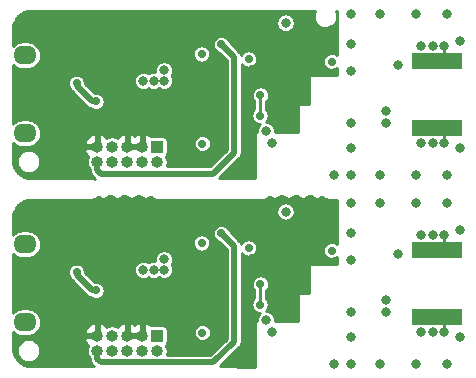
<source format=gbr>
G04 #@! TF.GenerationSoftware,KiCad,Pcbnew,(5.1.5)-3*
G04 #@! TF.CreationDate,2020-05-21T23:45:32+02:00*
G04 #@! TF.ProjectId,STRF_Panel,53545246-5f50-4616-9e65-6c2e6b696361,rev?*
G04 #@! TF.SameCoordinates,Original*
G04 #@! TF.FileFunction,Copper,L4,Bot*
G04 #@! TF.FilePolarity,Positive*
%FSLAX46Y46*%
G04 Gerber Fmt 4.6, Leading zero omitted, Abs format (unit mm)*
G04 Created by KiCad (PCBNEW (5.1.5)-3) date 2020-05-21 23:45:32*
%MOMM*%
%LPD*%
G04 APERTURE LIST*
%ADD10R,1.000000X1.000000*%
%ADD11O,1.000000X1.000000*%
%ADD12O,1.950000X1.600000*%
%ADD13R,4.200000X1.350000*%
%ADD14C,0.800000*%
%ADD15C,0.700000*%
%ADD16C,0.293370*%
%ADD17C,0.500000*%
%ADD18C,0.250000*%
%ADD19C,0.254000*%
G04 APERTURE END LIST*
D10*
X33870000Y-54930000D03*
D11*
X33870000Y-56200000D03*
X32600000Y-54930000D03*
X32600000Y-56200000D03*
X31330000Y-54930000D03*
X31330000Y-56200000D03*
X30060000Y-54930000D03*
X30060000Y-56200000D03*
X28790000Y-54930000D03*
X28790000Y-56200000D03*
D12*
X22675000Y-47200000D03*
X22675000Y-53800000D03*
D13*
X57600000Y-47675000D03*
X57600000Y-53325000D03*
D12*
X22675000Y-37800000D03*
X22675000Y-31200000D03*
D13*
X57600000Y-37325000D03*
X57600000Y-31675000D03*
D11*
X28790000Y-40200000D03*
X28790000Y-38930000D03*
X30060000Y-40200000D03*
X30060000Y-38930000D03*
X31330000Y-40200000D03*
X31330000Y-38930000D03*
X32600000Y-40200000D03*
X32600000Y-38930000D03*
X33870000Y-40200000D03*
D10*
X33870000Y-38930000D03*
D14*
X54300000Y-32025000D03*
D15*
X36155000Y-37465000D03*
D14*
X48625000Y-29025000D03*
X46300000Y-28425000D03*
X25030000Y-40910000D03*
X43620000Y-29920000D03*
X41415000Y-28905000D03*
X41415000Y-27980000D03*
X34350000Y-31425000D03*
X28000000Y-33350000D03*
X27075000Y-36200000D03*
X28100000Y-37200000D03*
X53250000Y-36900000D03*
X53250000Y-35900000D03*
X58200000Y-30400000D03*
X58200000Y-38600000D03*
X48850000Y-41350000D03*
X43600000Y-38600000D03*
X30600000Y-32975000D03*
X30600000Y-31475000D03*
D15*
X48900000Y-32600000D03*
D14*
X38665000Y-34455000D03*
X38640000Y-33455000D03*
X38640000Y-35455000D03*
X50250000Y-27700000D03*
X50250000Y-30200000D03*
X50250000Y-32500000D03*
X50250000Y-41300000D03*
X50250000Y-39075000D03*
X59500000Y-30000000D03*
X52750000Y-27700000D03*
X55750000Y-27700000D03*
X58400000Y-27700000D03*
X59500000Y-39000000D03*
X50250000Y-36900000D03*
D15*
X30350000Y-35100000D03*
D14*
X27075000Y-37200000D03*
X29100000Y-37200000D03*
D15*
X41940000Y-32355000D03*
D14*
X31900000Y-29600000D03*
X42440000Y-27980000D03*
X42440000Y-28905000D03*
X45550000Y-37450000D03*
X52750000Y-41300000D03*
X55750000Y-41300000D03*
X58400000Y-41300000D03*
X47575000Y-29025000D03*
D15*
X45250000Y-33500000D03*
X46500000Y-33500000D03*
X45250000Y-34750000D03*
X46500000Y-34750000D03*
D14*
X57250000Y-30400000D03*
X56250000Y-30400000D03*
X57250000Y-38600000D03*
X56250000Y-38600000D03*
X38640000Y-51455000D03*
X50250000Y-43700000D03*
X50250000Y-46200000D03*
X53250000Y-52900000D03*
X58200000Y-46400000D03*
X48625000Y-45025000D03*
X25030000Y-56910000D03*
X28000000Y-49350000D03*
X54300000Y-48025000D03*
X41415000Y-43980000D03*
X43620000Y-45920000D03*
X27075000Y-52200000D03*
X28100000Y-53200000D03*
X46300000Y-44425000D03*
D15*
X36155000Y-53465000D03*
D14*
X41415000Y-44905000D03*
X53250000Y-51900000D03*
X58200000Y-54600000D03*
X30600000Y-48975000D03*
X30600000Y-47475000D03*
X34350000Y-47425000D03*
D15*
X48900000Y-48600000D03*
D14*
X43600000Y-54600000D03*
X48850000Y-57350000D03*
X38665000Y-50455000D03*
X38640000Y-49455000D03*
D15*
X30350000Y-51100000D03*
D14*
X29100000Y-53200000D03*
X52750000Y-57300000D03*
X42440000Y-44905000D03*
D15*
X46500000Y-49500000D03*
D14*
X56250000Y-54600000D03*
X50250000Y-52900000D03*
X58400000Y-57300000D03*
X27075000Y-53200000D03*
D15*
X41940000Y-48355000D03*
D14*
X57250000Y-54600000D03*
X50250000Y-57300000D03*
X59500000Y-55000000D03*
X55750000Y-43700000D03*
D15*
X45250000Y-49500000D03*
D14*
X50250000Y-48500000D03*
X57250000Y-46400000D03*
X55750000Y-57300000D03*
X56250000Y-46400000D03*
X58400000Y-43700000D03*
X31900000Y-45600000D03*
X45550000Y-53450000D03*
X47575000Y-45025000D03*
X52750000Y-43700000D03*
D15*
X45250000Y-50750000D03*
D14*
X42440000Y-43980000D03*
D15*
X46500000Y-50750000D03*
D14*
X50250000Y-55075000D03*
X59500000Y-46000000D03*
D15*
X37690000Y-38680000D03*
X37640000Y-31080000D03*
X48650000Y-31725000D03*
D14*
X32700000Y-33350000D03*
X44750000Y-28425000D03*
X43070000Y-37620000D03*
X33575000Y-33350000D03*
X34450000Y-33350000D03*
X34450000Y-32475000D03*
D15*
X41615000Y-31505000D03*
D14*
X32700000Y-49350000D03*
X34450000Y-49350000D03*
D15*
X41615000Y-47505000D03*
D14*
X44750000Y-44425000D03*
D15*
X37690000Y-54680000D03*
D14*
X33575000Y-49350000D03*
X43070000Y-53620000D03*
D15*
X48650000Y-47725000D03*
X37640000Y-47080000D03*
D14*
X34450000Y-48475000D03*
D15*
X39306275Y-30262975D03*
X39306275Y-46262975D03*
X28700000Y-35100000D03*
X27050000Y-33550000D03*
X27050000Y-49550000D03*
X28700000Y-51100000D03*
X42580000Y-36290000D03*
X42599910Y-34555019D03*
X42580000Y-52290000D03*
X42599910Y-50555019D03*
D16*
X58200000Y-37325000D02*
X58200000Y-38600000D01*
X58200000Y-31675000D02*
X58200000Y-30400000D01*
X58200000Y-53325000D02*
X58200000Y-54600000D01*
X58200000Y-47675000D02*
X58200000Y-46400000D01*
D17*
X40390000Y-31346700D02*
X39306275Y-30262975D01*
X38645000Y-41200000D02*
X40390000Y-39455000D01*
X40390000Y-39455000D02*
X40390000Y-31346700D01*
X38645000Y-41200000D02*
X29080000Y-41200000D01*
X28790000Y-40910000D02*
X28790000Y-40200000D01*
X29080000Y-41200000D02*
X28790000Y-40910000D01*
X38645000Y-57200000D02*
X40390000Y-55455000D01*
X40390000Y-47346700D02*
X39306275Y-46262975D01*
X40390000Y-55455000D02*
X40390000Y-47346700D01*
X38645000Y-57200000D02*
X29080000Y-57200000D01*
X29080000Y-57200000D02*
X28790000Y-56910000D01*
X28790000Y-56910000D02*
X28790000Y-56200000D01*
X27050000Y-33750000D02*
X27050000Y-33550000D01*
X28400000Y-35100000D02*
X27050000Y-33750000D01*
X28400000Y-51100000D02*
X27050000Y-49750000D01*
X27050000Y-49750000D02*
X27050000Y-49550000D01*
D18*
X42599910Y-36270090D02*
X42580000Y-36290000D01*
X42599910Y-34555019D02*
X42599910Y-36270090D01*
X42599910Y-52270090D02*
X42580000Y-52290000D01*
X42599910Y-50555019D02*
X42599910Y-52270090D01*
D19*
G36*
X47240315Y-27427660D02*
G01*
X47165146Y-27609135D01*
X47126825Y-27801787D01*
X47126825Y-27998213D01*
X47165146Y-28190865D01*
X47240315Y-28372340D01*
X47349444Y-28535662D01*
X47488338Y-28674556D01*
X47651660Y-28783685D01*
X47833135Y-28858854D01*
X48025787Y-28897175D01*
X48222213Y-28897175D01*
X48414865Y-28858854D01*
X48596340Y-28783685D01*
X48759662Y-28674556D01*
X48898556Y-28535662D01*
X49007685Y-28372340D01*
X49082854Y-28190865D01*
X49121175Y-27998213D01*
X49121175Y-27801787D01*
X49082854Y-27609135D01*
X49007685Y-27427660D01*
X48993212Y-27406000D01*
X49123000Y-27406000D01*
X49123000Y-31164210D01*
X49115985Y-31157195D01*
X48996258Y-31077196D01*
X48863225Y-31022092D01*
X48721997Y-30994000D01*
X48578003Y-30994000D01*
X48436775Y-31022092D01*
X48303742Y-31077196D01*
X48184015Y-31157195D01*
X48082195Y-31259015D01*
X48002196Y-31378742D01*
X47947092Y-31511775D01*
X47919000Y-31653003D01*
X47919000Y-31796997D01*
X47947092Y-31938225D01*
X48002196Y-32071258D01*
X48082195Y-32190985D01*
X48184015Y-32292805D01*
X48303742Y-32372804D01*
X48436775Y-32427908D01*
X48578003Y-32456000D01*
X48721997Y-32456000D01*
X48863225Y-32427908D01*
X48996258Y-32372804D01*
X49115985Y-32292805D01*
X49123000Y-32285790D01*
X49123000Y-32848000D01*
X46850000Y-32848000D01*
X46825224Y-32850440D01*
X46801399Y-32857667D01*
X46779443Y-32869403D01*
X46760197Y-32885197D01*
X46744403Y-32904443D01*
X46732667Y-32926399D01*
X46725440Y-32950224D01*
X46723000Y-32975000D01*
X46723000Y-35348000D01*
X45900000Y-35348000D01*
X45875224Y-35350440D01*
X45851399Y-35357667D01*
X45829443Y-35369403D01*
X45810197Y-35385197D01*
X45794403Y-35404443D01*
X45782667Y-35426399D01*
X45775440Y-35450224D01*
X45773000Y-35475000D01*
X45773000Y-37673000D01*
X43851000Y-37673000D01*
X43851000Y-37543078D01*
X43820987Y-37392191D01*
X43762113Y-37250058D01*
X43676642Y-37122141D01*
X43567859Y-37013358D01*
X43439942Y-36927887D01*
X43297809Y-36869013D01*
X43146922Y-36839000D01*
X43064790Y-36839000D01*
X43147805Y-36755985D01*
X43227804Y-36636258D01*
X43282908Y-36503225D01*
X43311000Y-36361997D01*
X43311000Y-36218003D01*
X43282908Y-36076775D01*
X43227804Y-35943742D01*
X43147805Y-35824015D01*
X43105910Y-35782120D01*
X43105910Y-35082809D01*
X43167715Y-35021004D01*
X43247714Y-34901277D01*
X43302818Y-34768244D01*
X43330910Y-34627016D01*
X43330910Y-34483022D01*
X43302818Y-34341794D01*
X43247714Y-34208761D01*
X43167715Y-34089034D01*
X43065895Y-33987214D01*
X42946168Y-33907215D01*
X42813135Y-33852111D01*
X42671907Y-33824019D01*
X42527913Y-33824019D01*
X42386685Y-33852111D01*
X42253652Y-33907215D01*
X42133925Y-33987214D01*
X42032105Y-34089034D01*
X41952106Y-34208761D01*
X41897002Y-34341794D01*
X41868910Y-34483022D01*
X41868910Y-34627016D01*
X41897002Y-34768244D01*
X41952106Y-34901277D01*
X42032105Y-35021004D01*
X42093910Y-35082809D01*
X42093911Y-35742299D01*
X42012195Y-35824015D01*
X41932196Y-35943742D01*
X41877092Y-36076775D01*
X41849000Y-36218003D01*
X41849000Y-36361997D01*
X41877092Y-36503225D01*
X41932196Y-36636258D01*
X42012195Y-36755985D01*
X42114015Y-36857805D01*
X42233742Y-36937804D01*
X42366775Y-36992908D01*
X42508003Y-37021000D01*
X42564499Y-37021000D01*
X42463358Y-37122141D01*
X42377887Y-37250058D01*
X42319013Y-37392191D01*
X42289000Y-37543078D01*
X42289000Y-37678845D01*
X42276399Y-37682667D01*
X42254443Y-37694403D01*
X42235197Y-37710197D01*
X42219403Y-37729443D01*
X42207667Y-37751399D01*
X42200440Y-37775224D01*
X42198000Y-37800000D01*
X42198000Y-41594000D01*
X39143368Y-41594000D01*
X40814269Y-39923100D01*
X40838343Y-39903343D01*
X40883977Y-39847739D01*
X40917196Y-39807261D01*
X40975789Y-39697642D01*
X41011870Y-39578698D01*
X41019159Y-39504689D01*
X41021000Y-39485998D01*
X41021000Y-39485991D01*
X41024052Y-39455000D01*
X41021000Y-39424010D01*
X41021000Y-31931781D01*
X41047195Y-31970985D01*
X41149015Y-32072805D01*
X41268742Y-32152804D01*
X41401775Y-32207908D01*
X41543003Y-32236000D01*
X41686997Y-32236000D01*
X41828225Y-32207908D01*
X41961258Y-32152804D01*
X42080985Y-32072805D01*
X42182805Y-31970985D01*
X42262804Y-31851258D01*
X42317908Y-31718225D01*
X42346000Y-31576997D01*
X42346000Y-31433003D01*
X42317908Y-31291775D01*
X42262804Y-31158742D01*
X42182805Y-31039015D01*
X42080985Y-30937195D01*
X41961258Y-30857196D01*
X41828225Y-30802092D01*
X41686997Y-30774000D01*
X41543003Y-30774000D01*
X41401775Y-30802092D01*
X41268742Y-30857196D01*
X41149015Y-30937195D01*
X41047195Y-31039015D01*
X40984515Y-31132823D01*
X40975789Y-31104058D01*
X40917196Y-30994439D01*
X40858103Y-30922434D01*
X40858101Y-30922432D01*
X40838343Y-30898357D01*
X40814268Y-30878599D01*
X40015084Y-30079416D01*
X40009183Y-30049750D01*
X39954079Y-29916717D01*
X39874080Y-29796990D01*
X39772260Y-29695170D01*
X39652533Y-29615171D01*
X39519500Y-29560067D01*
X39378272Y-29531975D01*
X39234278Y-29531975D01*
X39093050Y-29560067D01*
X38960017Y-29615171D01*
X38840290Y-29695170D01*
X38738470Y-29796990D01*
X38658471Y-29916717D01*
X38603367Y-30049750D01*
X38575275Y-30190978D01*
X38575275Y-30334972D01*
X38603367Y-30476200D01*
X38658471Y-30609233D01*
X38738470Y-30728960D01*
X38840290Y-30830780D01*
X38960017Y-30910779D01*
X39093050Y-30965883D01*
X39122716Y-30971784D01*
X39759001Y-31608070D01*
X39759000Y-39193631D01*
X38383632Y-40569000D01*
X34670743Y-40569000D01*
X34717144Y-40456978D01*
X34751000Y-40286771D01*
X34751000Y-40113229D01*
X34717144Y-39943022D01*
X34650732Y-39782690D01*
X34611806Y-39724432D01*
X34640711Y-39700711D01*
X34688322Y-39642696D01*
X34723701Y-39576508D01*
X34745487Y-39504689D01*
X34752843Y-39430000D01*
X34752843Y-38608003D01*
X36959000Y-38608003D01*
X36959000Y-38751997D01*
X36987092Y-38893225D01*
X37042196Y-39026258D01*
X37122195Y-39145985D01*
X37224015Y-39247805D01*
X37343742Y-39327804D01*
X37476775Y-39382908D01*
X37618003Y-39411000D01*
X37761997Y-39411000D01*
X37903225Y-39382908D01*
X38036258Y-39327804D01*
X38155985Y-39247805D01*
X38257805Y-39145985D01*
X38337804Y-39026258D01*
X38392908Y-38893225D01*
X38421000Y-38751997D01*
X38421000Y-38608003D01*
X38392908Y-38466775D01*
X38337804Y-38333742D01*
X38257805Y-38214015D01*
X38155985Y-38112195D01*
X38036258Y-38032196D01*
X37903225Y-37977092D01*
X37761997Y-37949000D01*
X37618003Y-37949000D01*
X37476775Y-37977092D01*
X37343742Y-38032196D01*
X37224015Y-38112195D01*
X37122195Y-38214015D01*
X37042196Y-38333742D01*
X36987092Y-38466775D01*
X36959000Y-38608003D01*
X34752843Y-38608003D01*
X34752843Y-38430000D01*
X34745487Y-38355311D01*
X34723701Y-38283492D01*
X34688322Y-38217304D01*
X34640711Y-38159289D01*
X34582696Y-38111678D01*
X34516508Y-38076299D01*
X34444689Y-38054513D01*
X34370000Y-38047157D01*
X33370000Y-38047157D01*
X33315622Y-38052513D01*
X33160206Y-37942877D01*
X32956864Y-37852554D01*
X32901874Y-37835881D01*
X32727000Y-37962046D01*
X32727000Y-38803000D01*
X32747000Y-38803000D01*
X32747000Y-39057000D01*
X32727000Y-39057000D01*
X32727000Y-39077000D01*
X32473000Y-39077000D01*
X32473000Y-39057000D01*
X31457000Y-39057000D01*
X31457000Y-39077000D01*
X31203000Y-39077000D01*
X31203000Y-39057000D01*
X31183000Y-39057000D01*
X31183000Y-38803000D01*
X31203000Y-38803000D01*
X31203000Y-37962046D01*
X31457000Y-37962046D01*
X31457000Y-38803000D01*
X32473000Y-38803000D01*
X32473000Y-37962046D01*
X32298126Y-37835881D01*
X32243136Y-37852554D01*
X32039794Y-37942877D01*
X31965000Y-37995639D01*
X31890206Y-37942877D01*
X31686864Y-37852554D01*
X31631874Y-37835881D01*
X31457000Y-37962046D01*
X31203000Y-37962046D01*
X31028126Y-37835881D01*
X30973136Y-37852554D01*
X30769794Y-37942877D01*
X30587980Y-38071135D01*
X30499569Y-38164141D01*
X30477310Y-38149268D01*
X30316978Y-38082856D01*
X30146771Y-38049000D01*
X29973229Y-38049000D01*
X29803022Y-38082856D01*
X29642690Y-38149268D01*
X29620431Y-38164141D01*
X29532020Y-38071135D01*
X29350206Y-37942877D01*
X29146864Y-37852554D01*
X29091874Y-37835881D01*
X28917000Y-37962046D01*
X28917000Y-38803000D01*
X28937000Y-38803000D01*
X28937000Y-39057000D01*
X28917000Y-39057000D01*
X28917000Y-39077000D01*
X28663000Y-39077000D01*
X28663000Y-39057000D01*
X27820871Y-39057000D01*
X27695874Y-39231876D01*
X27775790Y-39439529D01*
X27894682Y-39627601D01*
X28022824Y-39762402D01*
X28009268Y-39782690D01*
X27942856Y-39943022D01*
X27909000Y-40113229D01*
X27909000Y-40286771D01*
X27942856Y-40456978D01*
X28009268Y-40617310D01*
X28105682Y-40761605D01*
X28159000Y-40814923D01*
X28159000Y-40879010D01*
X28155948Y-40910000D01*
X28159000Y-40940990D01*
X28159000Y-40940997D01*
X28168130Y-41033697D01*
X28204211Y-41152641D01*
X28262804Y-41262260D01*
X28341657Y-41358343D01*
X28365737Y-41378105D01*
X28611895Y-41624263D01*
X28623757Y-41638717D01*
X28598979Y-41628097D01*
X28593563Y-41626420D01*
X28556196Y-41615138D01*
X28520066Y-41607984D01*
X28484104Y-41600340D01*
X28478470Y-41599747D01*
X28478466Y-41599747D01*
X28439619Y-41595938D01*
X28439618Y-41595938D01*
X28419941Y-41594000D01*
X23269854Y-41594000D01*
X22940770Y-41561733D01*
X22643316Y-41471926D01*
X22368975Y-41326056D01*
X22128187Y-41129675D01*
X21930129Y-40890265D01*
X21782346Y-40616948D01*
X21690465Y-40320128D01*
X21664994Y-40077787D01*
X22002825Y-40077787D01*
X22002825Y-40274213D01*
X22041146Y-40466865D01*
X22116315Y-40648340D01*
X22225444Y-40811662D01*
X22364338Y-40950556D01*
X22527660Y-41059685D01*
X22709135Y-41134854D01*
X22901787Y-41173175D01*
X23098213Y-41173175D01*
X23290865Y-41134854D01*
X23472340Y-41059685D01*
X23635662Y-40950556D01*
X23774556Y-40811662D01*
X23883685Y-40648340D01*
X23958854Y-40466865D01*
X23997175Y-40274213D01*
X23997175Y-40077787D01*
X23958854Y-39885135D01*
X23883685Y-39703660D01*
X23774556Y-39540338D01*
X23635662Y-39401444D01*
X23472340Y-39292315D01*
X23290865Y-39217146D01*
X23098213Y-39178825D01*
X22901787Y-39178825D01*
X22709135Y-39217146D01*
X22527660Y-39292315D01*
X22364338Y-39401444D01*
X22225444Y-39540338D01*
X22116315Y-39703660D01*
X22041146Y-39885135D01*
X22002825Y-40077787D01*
X21664994Y-40077787D01*
X21656000Y-39992218D01*
X21656000Y-38633205D01*
X21660866Y-38639134D01*
X21840697Y-38786717D01*
X22045864Y-38896381D01*
X22268484Y-38963912D01*
X22441984Y-38981000D01*
X22908016Y-38981000D01*
X23081516Y-38963912D01*
X23304136Y-38896381D01*
X23509303Y-38786717D01*
X23689134Y-38639134D01*
X23698169Y-38628124D01*
X27695874Y-38628124D01*
X27820871Y-38803000D01*
X28663000Y-38803000D01*
X28663000Y-37962046D01*
X28488126Y-37835881D01*
X28433136Y-37852554D01*
X28229794Y-37942877D01*
X28047980Y-38071135D01*
X27894682Y-38232399D01*
X27775790Y-38420471D01*
X27695874Y-38628124D01*
X23698169Y-38628124D01*
X23836717Y-38459303D01*
X23946381Y-38254136D01*
X24013912Y-38031516D01*
X24036714Y-37800000D01*
X24013912Y-37568484D01*
X23946381Y-37345864D01*
X23836717Y-37140697D01*
X23689134Y-36960866D01*
X23509303Y-36813283D01*
X23304136Y-36703619D01*
X23081516Y-36636088D01*
X22908016Y-36619000D01*
X22441984Y-36619000D01*
X22268484Y-36636088D01*
X22045864Y-36703619D01*
X21840697Y-36813283D01*
X21660866Y-36960866D01*
X21656000Y-36966795D01*
X21656000Y-33478003D01*
X26319000Y-33478003D01*
X26319000Y-33621997D01*
X26347092Y-33763225D01*
X26402196Y-33896258D01*
X26462227Y-33986101D01*
X26464211Y-33992641D01*
X26522804Y-34102260D01*
X26601657Y-34198343D01*
X26625737Y-34218105D01*
X27975734Y-35568103D01*
X28047738Y-35627195D01*
X28157358Y-35685788D01*
X28276302Y-35721869D01*
X28321605Y-35726331D01*
X28353742Y-35747804D01*
X28486775Y-35802908D01*
X28628003Y-35831000D01*
X28771997Y-35831000D01*
X28913225Y-35802908D01*
X29046258Y-35747804D01*
X29165985Y-35667805D01*
X29267805Y-35565985D01*
X29347804Y-35446258D01*
X29402908Y-35313225D01*
X29431000Y-35171997D01*
X29431000Y-35028003D01*
X29402908Y-34886775D01*
X29347804Y-34753742D01*
X29267805Y-34634015D01*
X29165985Y-34532195D01*
X29046258Y-34452196D01*
X28913225Y-34397092D01*
X28771997Y-34369000D01*
X28628003Y-34369000D01*
X28572424Y-34380055D01*
X27781000Y-33588632D01*
X27781000Y-33478003D01*
X27752908Y-33336775D01*
X27726524Y-33273078D01*
X31919000Y-33273078D01*
X31919000Y-33426922D01*
X31949013Y-33577809D01*
X32007887Y-33719942D01*
X32093358Y-33847859D01*
X32202141Y-33956642D01*
X32330058Y-34042113D01*
X32472191Y-34100987D01*
X32623078Y-34131000D01*
X32776922Y-34131000D01*
X32927809Y-34100987D01*
X33069942Y-34042113D01*
X33137500Y-33996972D01*
X33205058Y-34042113D01*
X33347191Y-34100987D01*
X33498078Y-34131000D01*
X33651922Y-34131000D01*
X33802809Y-34100987D01*
X33944942Y-34042113D01*
X34012500Y-33996972D01*
X34080058Y-34042113D01*
X34222191Y-34100987D01*
X34373078Y-34131000D01*
X34526922Y-34131000D01*
X34677809Y-34100987D01*
X34819942Y-34042113D01*
X34947859Y-33956642D01*
X35056642Y-33847859D01*
X35142113Y-33719942D01*
X35200987Y-33577809D01*
X35231000Y-33426922D01*
X35231000Y-33273078D01*
X35200987Y-33122191D01*
X35142113Y-32980058D01*
X35096972Y-32912500D01*
X35142113Y-32844942D01*
X35200987Y-32702809D01*
X35231000Y-32551922D01*
X35231000Y-32398078D01*
X35200987Y-32247191D01*
X35142113Y-32105058D01*
X35056642Y-31977141D01*
X34947859Y-31868358D01*
X34819942Y-31782887D01*
X34677809Y-31724013D01*
X34526922Y-31694000D01*
X34373078Y-31694000D01*
X34222191Y-31724013D01*
X34080058Y-31782887D01*
X33952141Y-31868358D01*
X33843358Y-31977141D01*
X33757887Y-32105058D01*
X33699013Y-32247191D01*
X33669000Y-32398078D01*
X33669000Y-32551922D01*
X33673240Y-32573240D01*
X33651922Y-32569000D01*
X33498078Y-32569000D01*
X33347191Y-32599013D01*
X33205058Y-32657887D01*
X33137500Y-32703028D01*
X33069942Y-32657887D01*
X32927809Y-32599013D01*
X32776922Y-32569000D01*
X32623078Y-32569000D01*
X32472191Y-32599013D01*
X32330058Y-32657887D01*
X32202141Y-32743358D01*
X32093358Y-32852141D01*
X32007887Y-32980058D01*
X31949013Y-33122191D01*
X31919000Y-33273078D01*
X27726524Y-33273078D01*
X27697804Y-33203742D01*
X27617805Y-33084015D01*
X27515985Y-32982195D01*
X27396258Y-32902196D01*
X27263225Y-32847092D01*
X27121997Y-32819000D01*
X26978003Y-32819000D01*
X26836775Y-32847092D01*
X26703742Y-32902196D01*
X26584015Y-32982195D01*
X26482195Y-33084015D01*
X26402196Y-33203742D01*
X26347092Y-33336775D01*
X26319000Y-33478003D01*
X21656000Y-33478003D01*
X21656000Y-32033205D01*
X21660866Y-32039134D01*
X21840697Y-32186717D01*
X22045864Y-32296381D01*
X22268484Y-32363912D01*
X22441984Y-32381000D01*
X22908016Y-32381000D01*
X23081516Y-32363912D01*
X23304136Y-32296381D01*
X23509303Y-32186717D01*
X23689134Y-32039134D01*
X23836717Y-31859303D01*
X23946381Y-31654136D01*
X24013912Y-31431516D01*
X24036714Y-31200000D01*
X24017805Y-31008003D01*
X36909000Y-31008003D01*
X36909000Y-31151997D01*
X36937092Y-31293225D01*
X36992196Y-31426258D01*
X37072195Y-31545985D01*
X37174015Y-31647805D01*
X37293742Y-31727804D01*
X37426775Y-31782908D01*
X37568003Y-31811000D01*
X37711997Y-31811000D01*
X37853225Y-31782908D01*
X37986258Y-31727804D01*
X38105985Y-31647805D01*
X38207805Y-31545985D01*
X38287804Y-31426258D01*
X38342908Y-31293225D01*
X38371000Y-31151997D01*
X38371000Y-31008003D01*
X38342908Y-30866775D01*
X38287804Y-30733742D01*
X38207805Y-30614015D01*
X38105985Y-30512195D01*
X37986258Y-30432196D01*
X37853225Y-30377092D01*
X37711997Y-30349000D01*
X37568003Y-30349000D01*
X37426775Y-30377092D01*
X37293742Y-30432196D01*
X37174015Y-30512195D01*
X37072195Y-30614015D01*
X36992196Y-30733742D01*
X36937092Y-30866775D01*
X36909000Y-31008003D01*
X24017805Y-31008003D01*
X24013912Y-30968484D01*
X23946381Y-30745864D01*
X23836717Y-30540697D01*
X23689134Y-30360866D01*
X23509303Y-30213283D01*
X23304136Y-30103619D01*
X23081516Y-30036088D01*
X22908016Y-30019000D01*
X22441984Y-30019000D01*
X22268484Y-30036088D01*
X22045864Y-30103619D01*
X21840697Y-30213283D01*
X21660866Y-30360866D01*
X21656000Y-30366795D01*
X21656000Y-29019854D01*
X21688267Y-28690771D01*
X21778075Y-28393312D01*
X21802126Y-28348078D01*
X43969000Y-28348078D01*
X43969000Y-28501922D01*
X43999013Y-28652809D01*
X44057887Y-28794942D01*
X44143358Y-28922859D01*
X44252141Y-29031642D01*
X44380058Y-29117113D01*
X44522191Y-29175987D01*
X44673078Y-29206000D01*
X44826922Y-29206000D01*
X44977809Y-29175987D01*
X45119942Y-29117113D01*
X45247859Y-29031642D01*
X45356642Y-28922859D01*
X45442113Y-28794942D01*
X45500987Y-28652809D01*
X45531000Y-28501922D01*
X45531000Y-28348078D01*
X45500987Y-28197191D01*
X45442113Y-28055058D01*
X45356642Y-27927141D01*
X45247859Y-27818358D01*
X45119942Y-27732887D01*
X44977809Y-27674013D01*
X44826922Y-27644000D01*
X44673078Y-27644000D01*
X44522191Y-27674013D01*
X44380058Y-27732887D01*
X44252141Y-27818358D01*
X44143358Y-27927141D01*
X44057887Y-28055058D01*
X43999013Y-28197191D01*
X43969000Y-28348078D01*
X21802126Y-28348078D01*
X21923945Y-28118972D01*
X22120325Y-27878187D01*
X22359736Y-27680127D01*
X22633053Y-27532346D01*
X22929872Y-27440465D01*
X23257782Y-27406000D01*
X47254788Y-27406000D01*
X47240315Y-27427660D01*
G37*
X47240315Y-27427660D02*
X47165146Y-27609135D01*
X47126825Y-27801787D01*
X47126825Y-27998213D01*
X47165146Y-28190865D01*
X47240315Y-28372340D01*
X47349444Y-28535662D01*
X47488338Y-28674556D01*
X47651660Y-28783685D01*
X47833135Y-28858854D01*
X48025787Y-28897175D01*
X48222213Y-28897175D01*
X48414865Y-28858854D01*
X48596340Y-28783685D01*
X48759662Y-28674556D01*
X48898556Y-28535662D01*
X49007685Y-28372340D01*
X49082854Y-28190865D01*
X49121175Y-27998213D01*
X49121175Y-27801787D01*
X49082854Y-27609135D01*
X49007685Y-27427660D01*
X48993212Y-27406000D01*
X49123000Y-27406000D01*
X49123000Y-31164210D01*
X49115985Y-31157195D01*
X48996258Y-31077196D01*
X48863225Y-31022092D01*
X48721997Y-30994000D01*
X48578003Y-30994000D01*
X48436775Y-31022092D01*
X48303742Y-31077196D01*
X48184015Y-31157195D01*
X48082195Y-31259015D01*
X48002196Y-31378742D01*
X47947092Y-31511775D01*
X47919000Y-31653003D01*
X47919000Y-31796997D01*
X47947092Y-31938225D01*
X48002196Y-32071258D01*
X48082195Y-32190985D01*
X48184015Y-32292805D01*
X48303742Y-32372804D01*
X48436775Y-32427908D01*
X48578003Y-32456000D01*
X48721997Y-32456000D01*
X48863225Y-32427908D01*
X48996258Y-32372804D01*
X49115985Y-32292805D01*
X49123000Y-32285790D01*
X49123000Y-32848000D01*
X46850000Y-32848000D01*
X46825224Y-32850440D01*
X46801399Y-32857667D01*
X46779443Y-32869403D01*
X46760197Y-32885197D01*
X46744403Y-32904443D01*
X46732667Y-32926399D01*
X46725440Y-32950224D01*
X46723000Y-32975000D01*
X46723000Y-35348000D01*
X45900000Y-35348000D01*
X45875224Y-35350440D01*
X45851399Y-35357667D01*
X45829443Y-35369403D01*
X45810197Y-35385197D01*
X45794403Y-35404443D01*
X45782667Y-35426399D01*
X45775440Y-35450224D01*
X45773000Y-35475000D01*
X45773000Y-37673000D01*
X43851000Y-37673000D01*
X43851000Y-37543078D01*
X43820987Y-37392191D01*
X43762113Y-37250058D01*
X43676642Y-37122141D01*
X43567859Y-37013358D01*
X43439942Y-36927887D01*
X43297809Y-36869013D01*
X43146922Y-36839000D01*
X43064790Y-36839000D01*
X43147805Y-36755985D01*
X43227804Y-36636258D01*
X43282908Y-36503225D01*
X43311000Y-36361997D01*
X43311000Y-36218003D01*
X43282908Y-36076775D01*
X43227804Y-35943742D01*
X43147805Y-35824015D01*
X43105910Y-35782120D01*
X43105910Y-35082809D01*
X43167715Y-35021004D01*
X43247714Y-34901277D01*
X43302818Y-34768244D01*
X43330910Y-34627016D01*
X43330910Y-34483022D01*
X43302818Y-34341794D01*
X43247714Y-34208761D01*
X43167715Y-34089034D01*
X43065895Y-33987214D01*
X42946168Y-33907215D01*
X42813135Y-33852111D01*
X42671907Y-33824019D01*
X42527913Y-33824019D01*
X42386685Y-33852111D01*
X42253652Y-33907215D01*
X42133925Y-33987214D01*
X42032105Y-34089034D01*
X41952106Y-34208761D01*
X41897002Y-34341794D01*
X41868910Y-34483022D01*
X41868910Y-34627016D01*
X41897002Y-34768244D01*
X41952106Y-34901277D01*
X42032105Y-35021004D01*
X42093910Y-35082809D01*
X42093911Y-35742299D01*
X42012195Y-35824015D01*
X41932196Y-35943742D01*
X41877092Y-36076775D01*
X41849000Y-36218003D01*
X41849000Y-36361997D01*
X41877092Y-36503225D01*
X41932196Y-36636258D01*
X42012195Y-36755985D01*
X42114015Y-36857805D01*
X42233742Y-36937804D01*
X42366775Y-36992908D01*
X42508003Y-37021000D01*
X42564499Y-37021000D01*
X42463358Y-37122141D01*
X42377887Y-37250058D01*
X42319013Y-37392191D01*
X42289000Y-37543078D01*
X42289000Y-37678845D01*
X42276399Y-37682667D01*
X42254443Y-37694403D01*
X42235197Y-37710197D01*
X42219403Y-37729443D01*
X42207667Y-37751399D01*
X42200440Y-37775224D01*
X42198000Y-37800000D01*
X42198000Y-41594000D01*
X39143368Y-41594000D01*
X40814269Y-39923100D01*
X40838343Y-39903343D01*
X40883977Y-39847739D01*
X40917196Y-39807261D01*
X40975789Y-39697642D01*
X41011870Y-39578698D01*
X41019159Y-39504689D01*
X41021000Y-39485998D01*
X41021000Y-39485991D01*
X41024052Y-39455000D01*
X41021000Y-39424010D01*
X41021000Y-31931781D01*
X41047195Y-31970985D01*
X41149015Y-32072805D01*
X41268742Y-32152804D01*
X41401775Y-32207908D01*
X41543003Y-32236000D01*
X41686997Y-32236000D01*
X41828225Y-32207908D01*
X41961258Y-32152804D01*
X42080985Y-32072805D01*
X42182805Y-31970985D01*
X42262804Y-31851258D01*
X42317908Y-31718225D01*
X42346000Y-31576997D01*
X42346000Y-31433003D01*
X42317908Y-31291775D01*
X42262804Y-31158742D01*
X42182805Y-31039015D01*
X42080985Y-30937195D01*
X41961258Y-30857196D01*
X41828225Y-30802092D01*
X41686997Y-30774000D01*
X41543003Y-30774000D01*
X41401775Y-30802092D01*
X41268742Y-30857196D01*
X41149015Y-30937195D01*
X41047195Y-31039015D01*
X40984515Y-31132823D01*
X40975789Y-31104058D01*
X40917196Y-30994439D01*
X40858103Y-30922434D01*
X40858101Y-30922432D01*
X40838343Y-30898357D01*
X40814268Y-30878599D01*
X40015084Y-30079416D01*
X40009183Y-30049750D01*
X39954079Y-29916717D01*
X39874080Y-29796990D01*
X39772260Y-29695170D01*
X39652533Y-29615171D01*
X39519500Y-29560067D01*
X39378272Y-29531975D01*
X39234278Y-29531975D01*
X39093050Y-29560067D01*
X38960017Y-29615171D01*
X38840290Y-29695170D01*
X38738470Y-29796990D01*
X38658471Y-29916717D01*
X38603367Y-30049750D01*
X38575275Y-30190978D01*
X38575275Y-30334972D01*
X38603367Y-30476200D01*
X38658471Y-30609233D01*
X38738470Y-30728960D01*
X38840290Y-30830780D01*
X38960017Y-30910779D01*
X39093050Y-30965883D01*
X39122716Y-30971784D01*
X39759001Y-31608070D01*
X39759000Y-39193631D01*
X38383632Y-40569000D01*
X34670743Y-40569000D01*
X34717144Y-40456978D01*
X34751000Y-40286771D01*
X34751000Y-40113229D01*
X34717144Y-39943022D01*
X34650732Y-39782690D01*
X34611806Y-39724432D01*
X34640711Y-39700711D01*
X34688322Y-39642696D01*
X34723701Y-39576508D01*
X34745487Y-39504689D01*
X34752843Y-39430000D01*
X34752843Y-38608003D01*
X36959000Y-38608003D01*
X36959000Y-38751997D01*
X36987092Y-38893225D01*
X37042196Y-39026258D01*
X37122195Y-39145985D01*
X37224015Y-39247805D01*
X37343742Y-39327804D01*
X37476775Y-39382908D01*
X37618003Y-39411000D01*
X37761997Y-39411000D01*
X37903225Y-39382908D01*
X38036258Y-39327804D01*
X38155985Y-39247805D01*
X38257805Y-39145985D01*
X38337804Y-39026258D01*
X38392908Y-38893225D01*
X38421000Y-38751997D01*
X38421000Y-38608003D01*
X38392908Y-38466775D01*
X38337804Y-38333742D01*
X38257805Y-38214015D01*
X38155985Y-38112195D01*
X38036258Y-38032196D01*
X37903225Y-37977092D01*
X37761997Y-37949000D01*
X37618003Y-37949000D01*
X37476775Y-37977092D01*
X37343742Y-38032196D01*
X37224015Y-38112195D01*
X37122195Y-38214015D01*
X37042196Y-38333742D01*
X36987092Y-38466775D01*
X36959000Y-38608003D01*
X34752843Y-38608003D01*
X34752843Y-38430000D01*
X34745487Y-38355311D01*
X34723701Y-38283492D01*
X34688322Y-38217304D01*
X34640711Y-38159289D01*
X34582696Y-38111678D01*
X34516508Y-38076299D01*
X34444689Y-38054513D01*
X34370000Y-38047157D01*
X33370000Y-38047157D01*
X33315622Y-38052513D01*
X33160206Y-37942877D01*
X32956864Y-37852554D01*
X32901874Y-37835881D01*
X32727000Y-37962046D01*
X32727000Y-38803000D01*
X32747000Y-38803000D01*
X32747000Y-39057000D01*
X32727000Y-39057000D01*
X32727000Y-39077000D01*
X32473000Y-39077000D01*
X32473000Y-39057000D01*
X31457000Y-39057000D01*
X31457000Y-39077000D01*
X31203000Y-39077000D01*
X31203000Y-39057000D01*
X31183000Y-39057000D01*
X31183000Y-38803000D01*
X31203000Y-38803000D01*
X31203000Y-37962046D01*
X31457000Y-37962046D01*
X31457000Y-38803000D01*
X32473000Y-38803000D01*
X32473000Y-37962046D01*
X32298126Y-37835881D01*
X32243136Y-37852554D01*
X32039794Y-37942877D01*
X31965000Y-37995639D01*
X31890206Y-37942877D01*
X31686864Y-37852554D01*
X31631874Y-37835881D01*
X31457000Y-37962046D01*
X31203000Y-37962046D01*
X31028126Y-37835881D01*
X30973136Y-37852554D01*
X30769794Y-37942877D01*
X30587980Y-38071135D01*
X30499569Y-38164141D01*
X30477310Y-38149268D01*
X30316978Y-38082856D01*
X30146771Y-38049000D01*
X29973229Y-38049000D01*
X29803022Y-38082856D01*
X29642690Y-38149268D01*
X29620431Y-38164141D01*
X29532020Y-38071135D01*
X29350206Y-37942877D01*
X29146864Y-37852554D01*
X29091874Y-37835881D01*
X28917000Y-37962046D01*
X28917000Y-38803000D01*
X28937000Y-38803000D01*
X28937000Y-39057000D01*
X28917000Y-39057000D01*
X28917000Y-39077000D01*
X28663000Y-39077000D01*
X28663000Y-39057000D01*
X27820871Y-39057000D01*
X27695874Y-39231876D01*
X27775790Y-39439529D01*
X27894682Y-39627601D01*
X28022824Y-39762402D01*
X28009268Y-39782690D01*
X27942856Y-39943022D01*
X27909000Y-40113229D01*
X27909000Y-40286771D01*
X27942856Y-40456978D01*
X28009268Y-40617310D01*
X28105682Y-40761605D01*
X28159000Y-40814923D01*
X28159000Y-40879010D01*
X28155948Y-40910000D01*
X28159000Y-40940990D01*
X28159000Y-40940997D01*
X28168130Y-41033697D01*
X28204211Y-41152641D01*
X28262804Y-41262260D01*
X28341657Y-41358343D01*
X28365737Y-41378105D01*
X28611895Y-41624263D01*
X28623757Y-41638717D01*
X28598979Y-41628097D01*
X28593563Y-41626420D01*
X28556196Y-41615138D01*
X28520066Y-41607984D01*
X28484104Y-41600340D01*
X28478470Y-41599747D01*
X28478466Y-41599747D01*
X28439619Y-41595938D01*
X28439618Y-41595938D01*
X28419941Y-41594000D01*
X23269854Y-41594000D01*
X22940770Y-41561733D01*
X22643316Y-41471926D01*
X22368975Y-41326056D01*
X22128187Y-41129675D01*
X21930129Y-40890265D01*
X21782346Y-40616948D01*
X21690465Y-40320128D01*
X21664994Y-40077787D01*
X22002825Y-40077787D01*
X22002825Y-40274213D01*
X22041146Y-40466865D01*
X22116315Y-40648340D01*
X22225444Y-40811662D01*
X22364338Y-40950556D01*
X22527660Y-41059685D01*
X22709135Y-41134854D01*
X22901787Y-41173175D01*
X23098213Y-41173175D01*
X23290865Y-41134854D01*
X23472340Y-41059685D01*
X23635662Y-40950556D01*
X23774556Y-40811662D01*
X23883685Y-40648340D01*
X23958854Y-40466865D01*
X23997175Y-40274213D01*
X23997175Y-40077787D01*
X23958854Y-39885135D01*
X23883685Y-39703660D01*
X23774556Y-39540338D01*
X23635662Y-39401444D01*
X23472340Y-39292315D01*
X23290865Y-39217146D01*
X23098213Y-39178825D01*
X22901787Y-39178825D01*
X22709135Y-39217146D01*
X22527660Y-39292315D01*
X22364338Y-39401444D01*
X22225444Y-39540338D01*
X22116315Y-39703660D01*
X22041146Y-39885135D01*
X22002825Y-40077787D01*
X21664994Y-40077787D01*
X21656000Y-39992218D01*
X21656000Y-38633205D01*
X21660866Y-38639134D01*
X21840697Y-38786717D01*
X22045864Y-38896381D01*
X22268484Y-38963912D01*
X22441984Y-38981000D01*
X22908016Y-38981000D01*
X23081516Y-38963912D01*
X23304136Y-38896381D01*
X23509303Y-38786717D01*
X23689134Y-38639134D01*
X23698169Y-38628124D01*
X27695874Y-38628124D01*
X27820871Y-38803000D01*
X28663000Y-38803000D01*
X28663000Y-37962046D01*
X28488126Y-37835881D01*
X28433136Y-37852554D01*
X28229794Y-37942877D01*
X28047980Y-38071135D01*
X27894682Y-38232399D01*
X27775790Y-38420471D01*
X27695874Y-38628124D01*
X23698169Y-38628124D01*
X23836717Y-38459303D01*
X23946381Y-38254136D01*
X24013912Y-38031516D01*
X24036714Y-37800000D01*
X24013912Y-37568484D01*
X23946381Y-37345864D01*
X23836717Y-37140697D01*
X23689134Y-36960866D01*
X23509303Y-36813283D01*
X23304136Y-36703619D01*
X23081516Y-36636088D01*
X22908016Y-36619000D01*
X22441984Y-36619000D01*
X22268484Y-36636088D01*
X22045864Y-36703619D01*
X21840697Y-36813283D01*
X21660866Y-36960866D01*
X21656000Y-36966795D01*
X21656000Y-33478003D01*
X26319000Y-33478003D01*
X26319000Y-33621997D01*
X26347092Y-33763225D01*
X26402196Y-33896258D01*
X26462227Y-33986101D01*
X26464211Y-33992641D01*
X26522804Y-34102260D01*
X26601657Y-34198343D01*
X26625737Y-34218105D01*
X27975734Y-35568103D01*
X28047738Y-35627195D01*
X28157358Y-35685788D01*
X28276302Y-35721869D01*
X28321605Y-35726331D01*
X28353742Y-35747804D01*
X28486775Y-35802908D01*
X28628003Y-35831000D01*
X28771997Y-35831000D01*
X28913225Y-35802908D01*
X29046258Y-35747804D01*
X29165985Y-35667805D01*
X29267805Y-35565985D01*
X29347804Y-35446258D01*
X29402908Y-35313225D01*
X29431000Y-35171997D01*
X29431000Y-35028003D01*
X29402908Y-34886775D01*
X29347804Y-34753742D01*
X29267805Y-34634015D01*
X29165985Y-34532195D01*
X29046258Y-34452196D01*
X28913225Y-34397092D01*
X28771997Y-34369000D01*
X28628003Y-34369000D01*
X28572424Y-34380055D01*
X27781000Y-33588632D01*
X27781000Y-33478003D01*
X27752908Y-33336775D01*
X27726524Y-33273078D01*
X31919000Y-33273078D01*
X31919000Y-33426922D01*
X31949013Y-33577809D01*
X32007887Y-33719942D01*
X32093358Y-33847859D01*
X32202141Y-33956642D01*
X32330058Y-34042113D01*
X32472191Y-34100987D01*
X32623078Y-34131000D01*
X32776922Y-34131000D01*
X32927809Y-34100987D01*
X33069942Y-34042113D01*
X33137500Y-33996972D01*
X33205058Y-34042113D01*
X33347191Y-34100987D01*
X33498078Y-34131000D01*
X33651922Y-34131000D01*
X33802809Y-34100987D01*
X33944942Y-34042113D01*
X34012500Y-33996972D01*
X34080058Y-34042113D01*
X34222191Y-34100987D01*
X34373078Y-34131000D01*
X34526922Y-34131000D01*
X34677809Y-34100987D01*
X34819942Y-34042113D01*
X34947859Y-33956642D01*
X35056642Y-33847859D01*
X35142113Y-33719942D01*
X35200987Y-33577809D01*
X35231000Y-33426922D01*
X35231000Y-33273078D01*
X35200987Y-33122191D01*
X35142113Y-32980058D01*
X35096972Y-32912500D01*
X35142113Y-32844942D01*
X35200987Y-32702809D01*
X35231000Y-32551922D01*
X35231000Y-32398078D01*
X35200987Y-32247191D01*
X35142113Y-32105058D01*
X35056642Y-31977141D01*
X34947859Y-31868358D01*
X34819942Y-31782887D01*
X34677809Y-31724013D01*
X34526922Y-31694000D01*
X34373078Y-31694000D01*
X34222191Y-31724013D01*
X34080058Y-31782887D01*
X33952141Y-31868358D01*
X33843358Y-31977141D01*
X33757887Y-32105058D01*
X33699013Y-32247191D01*
X33669000Y-32398078D01*
X33669000Y-32551922D01*
X33673240Y-32573240D01*
X33651922Y-32569000D01*
X33498078Y-32569000D01*
X33347191Y-32599013D01*
X33205058Y-32657887D01*
X33137500Y-32703028D01*
X33069942Y-32657887D01*
X32927809Y-32599013D01*
X32776922Y-32569000D01*
X32623078Y-32569000D01*
X32472191Y-32599013D01*
X32330058Y-32657887D01*
X32202141Y-32743358D01*
X32093358Y-32852141D01*
X32007887Y-32980058D01*
X31949013Y-33122191D01*
X31919000Y-33273078D01*
X27726524Y-33273078D01*
X27697804Y-33203742D01*
X27617805Y-33084015D01*
X27515985Y-32982195D01*
X27396258Y-32902196D01*
X27263225Y-32847092D01*
X27121997Y-32819000D01*
X26978003Y-32819000D01*
X26836775Y-32847092D01*
X26703742Y-32902196D01*
X26584015Y-32982195D01*
X26482195Y-33084015D01*
X26402196Y-33203742D01*
X26347092Y-33336775D01*
X26319000Y-33478003D01*
X21656000Y-33478003D01*
X21656000Y-32033205D01*
X21660866Y-32039134D01*
X21840697Y-32186717D01*
X22045864Y-32296381D01*
X22268484Y-32363912D01*
X22441984Y-32381000D01*
X22908016Y-32381000D01*
X23081516Y-32363912D01*
X23304136Y-32296381D01*
X23509303Y-32186717D01*
X23689134Y-32039134D01*
X23836717Y-31859303D01*
X23946381Y-31654136D01*
X24013912Y-31431516D01*
X24036714Y-31200000D01*
X24017805Y-31008003D01*
X36909000Y-31008003D01*
X36909000Y-31151997D01*
X36937092Y-31293225D01*
X36992196Y-31426258D01*
X37072195Y-31545985D01*
X37174015Y-31647805D01*
X37293742Y-31727804D01*
X37426775Y-31782908D01*
X37568003Y-31811000D01*
X37711997Y-31811000D01*
X37853225Y-31782908D01*
X37986258Y-31727804D01*
X38105985Y-31647805D01*
X38207805Y-31545985D01*
X38287804Y-31426258D01*
X38342908Y-31293225D01*
X38371000Y-31151997D01*
X38371000Y-31008003D01*
X38342908Y-30866775D01*
X38287804Y-30733742D01*
X38207805Y-30614015D01*
X38105985Y-30512195D01*
X37986258Y-30432196D01*
X37853225Y-30377092D01*
X37711997Y-30349000D01*
X37568003Y-30349000D01*
X37426775Y-30377092D01*
X37293742Y-30432196D01*
X37174015Y-30512195D01*
X37072195Y-30614015D01*
X36992196Y-30733742D01*
X36937092Y-30866775D01*
X36909000Y-31008003D01*
X24017805Y-31008003D01*
X24013912Y-30968484D01*
X23946381Y-30745864D01*
X23836717Y-30540697D01*
X23689134Y-30360866D01*
X23509303Y-30213283D01*
X23304136Y-30103619D01*
X23081516Y-30036088D01*
X22908016Y-30019000D01*
X22441984Y-30019000D01*
X22268484Y-30036088D01*
X22045864Y-30103619D01*
X21840697Y-30213283D01*
X21660866Y-30360866D01*
X21656000Y-30366795D01*
X21656000Y-29019854D01*
X21688267Y-28690771D01*
X21778075Y-28393312D01*
X21802126Y-28348078D01*
X43969000Y-28348078D01*
X43969000Y-28501922D01*
X43999013Y-28652809D01*
X44057887Y-28794942D01*
X44143358Y-28922859D01*
X44252141Y-29031642D01*
X44380058Y-29117113D01*
X44522191Y-29175987D01*
X44673078Y-29206000D01*
X44826922Y-29206000D01*
X44977809Y-29175987D01*
X45119942Y-29117113D01*
X45247859Y-29031642D01*
X45356642Y-28922859D01*
X45442113Y-28794942D01*
X45500987Y-28652809D01*
X45531000Y-28501922D01*
X45531000Y-28348078D01*
X45500987Y-28197191D01*
X45442113Y-28055058D01*
X45356642Y-27927141D01*
X45247859Y-27818358D01*
X45119942Y-27732887D01*
X44977809Y-27674013D01*
X44826922Y-27644000D01*
X44673078Y-27644000D01*
X44522191Y-27674013D01*
X44380058Y-27732887D01*
X44252141Y-27818358D01*
X44143358Y-27927141D01*
X44057887Y-28055058D01*
X43999013Y-28197191D01*
X43969000Y-28348078D01*
X21802126Y-28348078D01*
X21923945Y-28118972D01*
X22120325Y-27878187D01*
X22359736Y-27680127D01*
X22633053Y-27532346D01*
X22929872Y-27440465D01*
X23257782Y-27406000D01*
X47254788Y-27406000D01*
X47240315Y-27427660D01*
G36*
X29929953Y-43092469D02*
G01*
X29975991Y-43138507D01*
X30110626Y-43228467D01*
X30260225Y-43290433D01*
X30419038Y-43322023D01*
X30580962Y-43322023D01*
X30739775Y-43290433D01*
X30889374Y-43228467D01*
X31024009Y-43138507D01*
X31068013Y-43094503D01*
X31132102Y-43094618D01*
X31175991Y-43138507D01*
X31310626Y-43228467D01*
X31460225Y-43290433D01*
X31619038Y-43322023D01*
X31780962Y-43322023D01*
X31939775Y-43290433D01*
X32089374Y-43228467D01*
X32224009Y-43138507D01*
X32265872Y-43096644D01*
X32334250Y-43096766D01*
X32375991Y-43138507D01*
X32510626Y-43228467D01*
X32660225Y-43290433D01*
X32819038Y-43322023D01*
X32980962Y-43322023D01*
X33139775Y-43290433D01*
X33289374Y-43228467D01*
X33340789Y-43194113D01*
X33346249Y-43200713D01*
X33372366Y-43226648D01*
X33398104Y-43252930D01*
X33402472Y-43256544D01*
X33432721Y-43281214D01*
X33463402Y-43301598D01*
X33493729Y-43322363D01*
X33498715Y-43325060D01*
X33533179Y-43343385D01*
X33567228Y-43357419D01*
X33601021Y-43371903D01*
X33606437Y-43373580D01*
X33643804Y-43384862D01*
X33679934Y-43392016D01*
X33715896Y-43399660D01*
X33721530Y-43400253D01*
X33721534Y-43400253D01*
X33760381Y-43404062D01*
X33760382Y-43404062D01*
X33780059Y-43406000D01*
X42919941Y-43406000D01*
X42937039Y-43404316D01*
X42938191Y-43404324D01*
X42943833Y-43403771D01*
X42962628Y-43401796D01*
X42979590Y-43400125D01*
X42980155Y-43399954D01*
X42982653Y-43399691D01*
X43018733Y-43392285D01*
X43054844Y-43385397D01*
X43060269Y-43383760D01*
X43060272Y-43383759D01*
X43060277Y-43383757D01*
X43097559Y-43372217D01*
X43131535Y-43357935D01*
X43165597Y-43344173D01*
X43170595Y-43341516D01*
X43170605Y-43341512D01*
X43170613Y-43341507D01*
X43204940Y-43322947D01*
X43235479Y-43302349D01*
X43266245Y-43282215D01*
X43270622Y-43278645D01*
X43270631Y-43278639D01*
X43270638Y-43278632D01*
X43300713Y-43253751D01*
X43326648Y-43227634D01*
X43352930Y-43201896D01*
X43356544Y-43197528D01*
X43359288Y-43194164D01*
X43410626Y-43228467D01*
X43560225Y-43290433D01*
X43719038Y-43322023D01*
X43880962Y-43322023D01*
X44039775Y-43290433D01*
X44189374Y-43228467D01*
X44324009Y-43138507D01*
X44344284Y-43118232D01*
X44455915Y-43118431D01*
X44475991Y-43138507D01*
X44610626Y-43228467D01*
X44760225Y-43290433D01*
X44919038Y-43322023D01*
X45080962Y-43322023D01*
X45239775Y-43290433D01*
X45389374Y-43228467D01*
X45524009Y-43138507D01*
X45542143Y-43120373D01*
X45658064Y-43120580D01*
X45675991Y-43138507D01*
X45810626Y-43228467D01*
X45960225Y-43290433D01*
X46119038Y-43322023D01*
X46280962Y-43322023D01*
X46439775Y-43290433D01*
X46589374Y-43228467D01*
X46724009Y-43138507D01*
X46740002Y-43122514D01*
X46860213Y-43122729D01*
X46875991Y-43138507D01*
X47010626Y-43228467D01*
X47160225Y-43290433D01*
X47319038Y-43322023D01*
X47480962Y-43322023D01*
X47639775Y-43290433D01*
X47789374Y-43228467D01*
X47840789Y-43194113D01*
X47846249Y-43200713D01*
X47872366Y-43226648D01*
X47898104Y-43252930D01*
X47902472Y-43256544D01*
X47932721Y-43281214D01*
X47963402Y-43301598D01*
X47993729Y-43322363D01*
X47998715Y-43325060D01*
X48033179Y-43343385D01*
X48067228Y-43357419D01*
X48101021Y-43371903D01*
X48106437Y-43373580D01*
X48143804Y-43384862D01*
X48179934Y-43392016D01*
X48215896Y-43399660D01*
X48221530Y-43400253D01*
X48221534Y-43400253D01*
X48260381Y-43404062D01*
X48260382Y-43404062D01*
X48280059Y-43406000D01*
X49123000Y-43406000D01*
X49123000Y-47164210D01*
X49115985Y-47157195D01*
X48996258Y-47077196D01*
X48863225Y-47022092D01*
X48721997Y-46994000D01*
X48578003Y-46994000D01*
X48436775Y-47022092D01*
X48303742Y-47077196D01*
X48184015Y-47157195D01*
X48082195Y-47259015D01*
X48002196Y-47378742D01*
X47947092Y-47511775D01*
X47919000Y-47653003D01*
X47919000Y-47796997D01*
X47947092Y-47938225D01*
X48002196Y-48071258D01*
X48082195Y-48190985D01*
X48184015Y-48292805D01*
X48303742Y-48372804D01*
X48436775Y-48427908D01*
X48578003Y-48456000D01*
X48721997Y-48456000D01*
X48863225Y-48427908D01*
X48996258Y-48372804D01*
X49115985Y-48292805D01*
X49123000Y-48285790D01*
X49123000Y-48848000D01*
X46850000Y-48848000D01*
X46825224Y-48850440D01*
X46801399Y-48857667D01*
X46779443Y-48869403D01*
X46760197Y-48885197D01*
X46744403Y-48904443D01*
X46732667Y-48926399D01*
X46725440Y-48950224D01*
X46723000Y-48975000D01*
X46723000Y-51348000D01*
X45900000Y-51348000D01*
X45875224Y-51350440D01*
X45851399Y-51357667D01*
X45829443Y-51369403D01*
X45810197Y-51385197D01*
X45794403Y-51404443D01*
X45782667Y-51426399D01*
X45775440Y-51450224D01*
X45773000Y-51475000D01*
X45773000Y-53673000D01*
X43851000Y-53673000D01*
X43851000Y-53543078D01*
X43820987Y-53392191D01*
X43762113Y-53250058D01*
X43676642Y-53122141D01*
X43567859Y-53013358D01*
X43439942Y-52927887D01*
X43297809Y-52869013D01*
X43146922Y-52839000D01*
X43064790Y-52839000D01*
X43147805Y-52755985D01*
X43227804Y-52636258D01*
X43282908Y-52503225D01*
X43311000Y-52361997D01*
X43311000Y-52218003D01*
X43282908Y-52076775D01*
X43227804Y-51943742D01*
X43147805Y-51824015D01*
X43105910Y-51782120D01*
X43105910Y-51082809D01*
X43167715Y-51021004D01*
X43247714Y-50901277D01*
X43302818Y-50768244D01*
X43330910Y-50627016D01*
X43330910Y-50483022D01*
X43302818Y-50341794D01*
X43247714Y-50208761D01*
X43167715Y-50089034D01*
X43065895Y-49987214D01*
X42946168Y-49907215D01*
X42813135Y-49852111D01*
X42671907Y-49824019D01*
X42527913Y-49824019D01*
X42386685Y-49852111D01*
X42253652Y-49907215D01*
X42133925Y-49987214D01*
X42032105Y-50089034D01*
X41952106Y-50208761D01*
X41897002Y-50341794D01*
X41868910Y-50483022D01*
X41868910Y-50627016D01*
X41897002Y-50768244D01*
X41952106Y-50901277D01*
X42032105Y-51021004D01*
X42093910Y-51082809D01*
X42093911Y-51742299D01*
X42012195Y-51824015D01*
X41932196Y-51943742D01*
X41877092Y-52076775D01*
X41849000Y-52218003D01*
X41849000Y-52361997D01*
X41877092Y-52503225D01*
X41932196Y-52636258D01*
X42012195Y-52755985D01*
X42114015Y-52857805D01*
X42233742Y-52937804D01*
X42366775Y-52992908D01*
X42508003Y-53021000D01*
X42564499Y-53021000D01*
X42463358Y-53122141D01*
X42377887Y-53250058D01*
X42319013Y-53392191D01*
X42289000Y-53543078D01*
X42289000Y-53678845D01*
X42276399Y-53682667D01*
X42254443Y-53694403D01*
X42235197Y-53710197D01*
X42219403Y-53729443D01*
X42207667Y-53751399D01*
X42200440Y-53775224D01*
X42198000Y-53800000D01*
X42198000Y-57544610D01*
X42021165Y-57544064D01*
X42021126Y-57544060D01*
X41997703Y-57543992D01*
X41981313Y-57543941D01*
X41981285Y-57543944D01*
X39201543Y-57535825D01*
X40814269Y-55923100D01*
X40838343Y-55903343D01*
X40864457Y-55871524D01*
X40917196Y-55807261D01*
X40975789Y-55697642D01*
X41011870Y-55578698D01*
X41013454Y-55562616D01*
X41021000Y-55485998D01*
X41021000Y-55485991D01*
X41024052Y-55455000D01*
X41021000Y-55424010D01*
X41021000Y-47931781D01*
X41047195Y-47970985D01*
X41149015Y-48072805D01*
X41268742Y-48152804D01*
X41401775Y-48207908D01*
X41543003Y-48236000D01*
X41686997Y-48236000D01*
X41828225Y-48207908D01*
X41961258Y-48152804D01*
X42080985Y-48072805D01*
X42182805Y-47970985D01*
X42262804Y-47851258D01*
X42317908Y-47718225D01*
X42346000Y-47576997D01*
X42346000Y-47433003D01*
X42317908Y-47291775D01*
X42262804Y-47158742D01*
X42182805Y-47039015D01*
X42080985Y-46937195D01*
X41961258Y-46857196D01*
X41828225Y-46802092D01*
X41686997Y-46774000D01*
X41543003Y-46774000D01*
X41401775Y-46802092D01*
X41268742Y-46857196D01*
X41149015Y-46937195D01*
X41047195Y-47039015D01*
X40984515Y-47132823D01*
X40975789Y-47104058D01*
X40917196Y-46994439D01*
X40858103Y-46922434D01*
X40858101Y-46922432D01*
X40838343Y-46898357D01*
X40814268Y-46878599D01*
X40015084Y-46079416D01*
X40009183Y-46049750D01*
X39954079Y-45916717D01*
X39874080Y-45796990D01*
X39772260Y-45695170D01*
X39652533Y-45615171D01*
X39519500Y-45560067D01*
X39378272Y-45531975D01*
X39234278Y-45531975D01*
X39093050Y-45560067D01*
X38960017Y-45615171D01*
X38840290Y-45695170D01*
X38738470Y-45796990D01*
X38658471Y-45916717D01*
X38603367Y-46049750D01*
X38575275Y-46190978D01*
X38575275Y-46334972D01*
X38603367Y-46476200D01*
X38658471Y-46609233D01*
X38738470Y-46728960D01*
X38840290Y-46830780D01*
X38960017Y-46910779D01*
X39093050Y-46965883D01*
X39122716Y-46971784D01*
X39759001Y-47608070D01*
X39759000Y-55193631D01*
X38383632Y-56569000D01*
X34670743Y-56569000D01*
X34717144Y-56456978D01*
X34751000Y-56286771D01*
X34751000Y-56113229D01*
X34717144Y-55943022D01*
X34650732Y-55782690D01*
X34611806Y-55724432D01*
X34640711Y-55700711D01*
X34688322Y-55642696D01*
X34723701Y-55576508D01*
X34745487Y-55504689D01*
X34752843Y-55430000D01*
X34752843Y-54608003D01*
X36959000Y-54608003D01*
X36959000Y-54751997D01*
X36987092Y-54893225D01*
X37042196Y-55026258D01*
X37122195Y-55145985D01*
X37224015Y-55247805D01*
X37343742Y-55327804D01*
X37476775Y-55382908D01*
X37618003Y-55411000D01*
X37761997Y-55411000D01*
X37903225Y-55382908D01*
X38036258Y-55327804D01*
X38155985Y-55247805D01*
X38257805Y-55145985D01*
X38337804Y-55026258D01*
X38392908Y-54893225D01*
X38421000Y-54751997D01*
X38421000Y-54608003D01*
X38392908Y-54466775D01*
X38337804Y-54333742D01*
X38257805Y-54214015D01*
X38155985Y-54112195D01*
X38036258Y-54032196D01*
X37903225Y-53977092D01*
X37761997Y-53949000D01*
X37618003Y-53949000D01*
X37476775Y-53977092D01*
X37343742Y-54032196D01*
X37224015Y-54112195D01*
X37122195Y-54214015D01*
X37042196Y-54333742D01*
X36987092Y-54466775D01*
X36959000Y-54608003D01*
X34752843Y-54608003D01*
X34752843Y-54430000D01*
X34745487Y-54355311D01*
X34723701Y-54283492D01*
X34688322Y-54217304D01*
X34640711Y-54159289D01*
X34582696Y-54111678D01*
X34516508Y-54076299D01*
X34444689Y-54054513D01*
X34370000Y-54047157D01*
X33370000Y-54047157D01*
X33315622Y-54052513D01*
X33160206Y-53942877D01*
X32956864Y-53852554D01*
X32901874Y-53835881D01*
X32727000Y-53962046D01*
X32727000Y-54803000D01*
X32747000Y-54803000D01*
X32747000Y-55057000D01*
X32727000Y-55057000D01*
X32727000Y-55077000D01*
X32473000Y-55077000D01*
X32473000Y-55057000D01*
X31457000Y-55057000D01*
X31457000Y-55077000D01*
X31203000Y-55077000D01*
X31203000Y-55057000D01*
X31183000Y-55057000D01*
X31183000Y-54803000D01*
X31203000Y-54803000D01*
X31203000Y-53962046D01*
X31457000Y-53962046D01*
X31457000Y-54803000D01*
X32473000Y-54803000D01*
X32473000Y-53962046D01*
X32298126Y-53835881D01*
X32243136Y-53852554D01*
X32039794Y-53942877D01*
X31965000Y-53995639D01*
X31890206Y-53942877D01*
X31686864Y-53852554D01*
X31631874Y-53835881D01*
X31457000Y-53962046D01*
X31203000Y-53962046D01*
X31028126Y-53835881D01*
X30973136Y-53852554D01*
X30769794Y-53942877D01*
X30587980Y-54071135D01*
X30499569Y-54164141D01*
X30477310Y-54149268D01*
X30316978Y-54082856D01*
X30146771Y-54049000D01*
X29973229Y-54049000D01*
X29803022Y-54082856D01*
X29642690Y-54149268D01*
X29620431Y-54164141D01*
X29532020Y-54071135D01*
X29350206Y-53942877D01*
X29146864Y-53852554D01*
X29091874Y-53835881D01*
X28917000Y-53962046D01*
X28917000Y-54803000D01*
X28937000Y-54803000D01*
X28937000Y-55057000D01*
X28917000Y-55057000D01*
X28917000Y-55077000D01*
X28663000Y-55077000D01*
X28663000Y-55057000D01*
X27820871Y-55057000D01*
X27695874Y-55231876D01*
X27775790Y-55439529D01*
X27894682Y-55627601D01*
X28022824Y-55762402D01*
X28009268Y-55782690D01*
X27942856Y-55943022D01*
X27909000Y-56113229D01*
X27909000Y-56286771D01*
X27942856Y-56456978D01*
X28009268Y-56617310D01*
X28105682Y-56761605D01*
X28159000Y-56814923D01*
X28159000Y-56879010D01*
X28155948Y-56910000D01*
X28159000Y-56940990D01*
X28159000Y-56940997D01*
X28168130Y-57033697D01*
X28204211Y-57152641D01*
X28262804Y-57262260D01*
X28341657Y-57358343D01*
X28365737Y-57378105D01*
X28494826Y-57507194D01*
X23270372Y-57494051D01*
X22940770Y-57461733D01*
X22643316Y-57371926D01*
X22368975Y-57226056D01*
X22128187Y-57029675D01*
X21930129Y-56790265D01*
X21782346Y-56516948D01*
X21690465Y-56220128D01*
X21678027Y-56101787D01*
X22002825Y-56101787D01*
X22002825Y-56298213D01*
X22041146Y-56490865D01*
X22116315Y-56672340D01*
X22225444Y-56835662D01*
X22364338Y-56974556D01*
X22527660Y-57083685D01*
X22709135Y-57158854D01*
X22901787Y-57197175D01*
X23098213Y-57197175D01*
X23290865Y-57158854D01*
X23472340Y-57083685D01*
X23635662Y-56974556D01*
X23774556Y-56835662D01*
X23883685Y-56672340D01*
X23958854Y-56490865D01*
X23997175Y-56298213D01*
X23997175Y-56101787D01*
X23958854Y-55909135D01*
X23883685Y-55727660D01*
X23774556Y-55564338D01*
X23635662Y-55425444D01*
X23472340Y-55316315D01*
X23290865Y-55241146D01*
X23098213Y-55202825D01*
X22901787Y-55202825D01*
X22709135Y-55241146D01*
X22527660Y-55316315D01*
X22364338Y-55425444D01*
X22225444Y-55564338D01*
X22116315Y-55727660D01*
X22041146Y-55909135D01*
X22002825Y-56101787D01*
X21678027Y-56101787D01*
X21656000Y-55892218D01*
X21656000Y-54633205D01*
X21660866Y-54639134D01*
X21840697Y-54786717D01*
X22045864Y-54896381D01*
X22268484Y-54963912D01*
X22441984Y-54981000D01*
X22908016Y-54981000D01*
X23081516Y-54963912D01*
X23304136Y-54896381D01*
X23509303Y-54786717D01*
X23689134Y-54639134D01*
X23698169Y-54628124D01*
X27695874Y-54628124D01*
X27820871Y-54803000D01*
X28663000Y-54803000D01*
X28663000Y-53962046D01*
X28488126Y-53835881D01*
X28433136Y-53852554D01*
X28229794Y-53942877D01*
X28047980Y-54071135D01*
X27894682Y-54232399D01*
X27775790Y-54420471D01*
X27695874Y-54628124D01*
X23698169Y-54628124D01*
X23836717Y-54459303D01*
X23946381Y-54254136D01*
X24013912Y-54031516D01*
X24036714Y-53800000D01*
X24013912Y-53568484D01*
X23946381Y-53345864D01*
X23836717Y-53140697D01*
X23689134Y-52960866D01*
X23509303Y-52813283D01*
X23304136Y-52703619D01*
X23081516Y-52636088D01*
X22908016Y-52619000D01*
X22441984Y-52619000D01*
X22268484Y-52636088D01*
X22045864Y-52703619D01*
X21840697Y-52813283D01*
X21660866Y-52960866D01*
X21656000Y-52966795D01*
X21656000Y-49478003D01*
X26319000Y-49478003D01*
X26319000Y-49621997D01*
X26347092Y-49763225D01*
X26402196Y-49896258D01*
X26462227Y-49986101D01*
X26464211Y-49992641D01*
X26522804Y-50102260D01*
X26601657Y-50198343D01*
X26625737Y-50218105D01*
X27975734Y-51568103D01*
X28047738Y-51627195D01*
X28157358Y-51685788D01*
X28276302Y-51721869D01*
X28321605Y-51726331D01*
X28353742Y-51747804D01*
X28486775Y-51802908D01*
X28628003Y-51831000D01*
X28771997Y-51831000D01*
X28913225Y-51802908D01*
X29046258Y-51747804D01*
X29165985Y-51667805D01*
X29267805Y-51565985D01*
X29347804Y-51446258D01*
X29402908Y-51313225D01*
X29431000Y-51171997D01*
X29431000Y-51028003D01*
X29402908Y-50886775D01*
X29347804Y-50753742D01*
X29267805Y-50634015D01*
X29165985Y-50532195D01*
X29046258Y-50452196D01*
X28913225Y-50397092D01*
X28771997Y-50369000D01*
X28628003Y-50369000D01*
X28572424Y-50380055D01*
X27781000Y-49588632D01*
X27781000Y-49478003D01*
X27752908Y-49336775D01*
X27726524Y-49273078D01*
X31919000Y-49273078D01*
X31919000Y-49426922D01*
X31949013Y-49577809D01*
X32007887Y-49719942D01*
X32093358Y-49847859D01*
X32202141Y-49956642D01*
X32330058Y-50042113D01*
X32472191Y-50100987D01*
X32623078Y-50131000D01*
X32776922Y-50131000D01*
X32927809Y-50100987D01*
X33069942Y-50042113D01*
X33137500Y-49996972D01*
X33205058Y-50042113D01*
X33347191Y-50100987D01*
X33498078Y-50131000D01*
X33651922Y-50131000D01*
X33802809Y-50100987D01*
X33944942Y-50042113D01*
X34012500Y-49996972D01*
X34080058Y-50042113D01*
X34222191Y-50100987D01*
X34373078Y-50131000D01*
X34526922Y-50131000D01*
X34677809Y-50100987D01*
X34819942Y-50042113D01*
X34947859Y-49956642D01*
X35056642Y-49847859D01*
X35142113Y-49719942D01*
X35200987Y-49577809D01*
X35231000Y-49426922D01*
X35231000Y-49273078D01*
X35200987Y-49122191D01*
X35142113Y-48980058D01*
X35096972Y-48912500D01*
X35142113Y-48844942D01*
X35200987Y-48702809D01*
X35231000Y-48551922D01*
X35231000Y-48398078D01*
X35200987Y-48247191D01*
X35142113Y-48105058D01*
X35056642Y-47977141D01*
X34947859Y-47868358D01*
X34819942Y-47782887D01*
X34677809Y-47724013D01*
X34526922Y-47694000D01*
X34373078Y-47694000D01*
X34222191Y-47724013D01*
X34080058Y-47782887D01*
X33952141Y-47868358D01*
X33843358Y-47977141D01*
X33757887Y-48105058D01*
X33699013Y-48247191D01*
X33669000Y-48398078D01*
X33669000Y-48551922D01*
X33673240Y-48573240D01*
X33651922Y-48569000D01*
X33498078Y-48569000D01*
X33347191Y-48599013D01*
X33205058Y-48657887D01*
X33137500Y-48703028D01*
X33069942Y-48657887D01*
X32927809Y-48599013D01*
X32776922Y-48569000D01*
X32623078Y-48569000D01*
X32472191Y-48599013D01*
X32330058Y-48657887D01*
X32202141Y-48743358D01*
X32093358Y-48852141D01*
X32007887Y-48980058D01*
X31949013Y-49122191D01*
X31919000Y-49273078D01*
X27726524Y-49273078D01*
X27697804Y-49203742D01*
X27617805Y-49084015D01*
X27515985Y-48982195D01*
X27396258Y-48902196D01*
X27263225Y-48847092D01*
X27121997Y-48819000D01*
X26978003Y-48819000D01*
X26836775Y-48847092D01*
X26703742Y-48902196D01*
X26584015Y-48982195D01*
X26482195Y-49084015D01*
X26402196Y-49203742D01*
X26347092Y-49336775D01*
X26319000Y-49478003D01*
X21656000Y-49478003D01*
X21656000Y-48033205D01*
X21660866Y-48039134D01*
X21840697Y-48186717D01*
X22045864Y-48296381D01*
X22268484Y-48363912D01*
X22441984Y-48381000D01*
X22908016Y-48381000D01*
X23081516Y-48363912D01*
X23304136Y-48296381D01*
X23509303Y-48186717D01*
X23689134Y-48039134D01*
X23836717Y-47859303D01*
X23946381Y-47654136D01*
X24013912Y-47431516D01*
X24036714Y-47200000D01*
X24017805Y-47008003D01*
X36909000Y-47008003D01*
X36909000Y-47151997D01*
X36937092Y-47293225D01*
X36992196Y-47426258D01*
X37072195Y-47545985D01*
X37174015Y-47647805D01*
X37293742Y-47727804D01*
X37426775Y-47782908D01*
X37568003Y-47811000D01*
X37711997Y-47811000D01*
X37853225Y-47782908D01*
X37986258Y-47727804D01*
X38105985Y-47647805D01*
X38207805Y-47545985D01*
X38287804Y-47426258D01*
X38342908Y-47293225D01*
X38371000Y-47151997D01*
X38371000Y-47008003D01*
X38342908Y-46866775D01*
X38287804Y-46733742D01*
X38207805Y-46614015D01*
X38105985Y-46512195D01*
X37986258Y-46432196D01*
X37853225Y-46377092D01*
X37711997Y-46349000D01*
X37568003Y-46349000D01*
X37426775Y-46377092D01*
X37293742Y-46432196D01*
X37174015Y-46512195D01*
X37072195Y-46614015D01*
X36992196Y-46733742D01*
X36937092Y-46866775D01*
X36909000Y-47008003D01*
X24017805Y-47008003D01*
X24013912Y-46968484D01*
X23946381Y-46745864D01*
X23836717Y-46540697D01*
X23689134Y-46360866D01*
X23509303Y-46213283D01*
X23304136Y-46103619D01*
X23081516Y-46036088D01*
X22908016Y-46019000D01*
X22441984Y-46019000D01*
X22268484Y-46036088D01*
X22045864Y-46103619D01*
X21840697Y-46213283D01*
X21660866Y-46360866D01*
X21656000Y-46366795D01*
X21656000Y-45019854D01*
X21688267Y-44690771D01*
X21778075Y-44393312D01*
X21802126Y-44348078D01*
X43969000Y-44348078D01*
X43969000Y-44501922D01*
X43999013Y-44652809D01*
X44057887Y-44794942D01*
X44143358Y-44922859D01*
X44252141Y-45031642D01*
X44380058Y-45117113D01*
X44522191Y-45175987D01*
X44673078Y-45206000D01*
X44826922Y-45206000D01*
X44977809Y-45175987D01*
X45119942Y-45117113D01*
X45247859Y-45031642D01*
X45356642Y-44922859D01*
X45442113Y-44794942D01*
X45500987Y-44652809D01*
X45531000Y-44501922D01*
X45531000Y-44348078D01*
X45500987Y-44197191D01*
X45442113Y-44055058D01*
X45356642Y-43927141D01*
X45247859Y-43818358D01*
X45119942Y-43732887D01*
X44977809Y-43674013D01*
X44826922Y-43644000D01*
X44673078Y-43644000D01*
X44522191Y-43674013D01*
X44380058Y-43732887D01*
X44252141Y-43818358D01*
X44143358Y-43927141D01*
X44057887Y-44055058D01*
X43999013Y-44197191D01*
X43969000Y-44348078D01*
X21802126Y-44348078D01*
X21923945Y-44118972D01*
X22120325Y-43878187D01*
X22359736Y-43680127D01*
X22633053Y-43532346D01*
X22929872Y-43440465D01*
X23257782Y-43406000D01*
X28419941Y-43406000D01*
X28437039Y-43404316D01*
X28438191Y-43404324D01*
X28443833Y-43403771D01*
X28462628Y-43401796D01*
X28479590Y-43400125D01*
X28480155Y-43399954D01*
X28482653Y-43399691D01*
X28518733Y-43392285D01*
X28554844Y-43385397D01*
X28560269Y-43383760D01*
X28560272Y-43383759D01*
X28560277Y-43383757D01*
X28597559Y-43372217D01*
X28631535Y-43357935D01*
X28665597Y-43344173D01*
X28670595Y-43341516D01*
X28670605Y-43341512D01*
X28670613Y-43341507D01*
X28704940Y-43322947D01*
X28735479Y-43302349D01*
X28766245Y-43282215D01*
X28770622Y-43278645D01*
X28770631Y-43278639D01*
X28770638Y-43278632D01*
X28800713Y-43253751D01*
X28826648Y-43227634D01*
X28852930Y-43201896D01*
X28856544Y-43197528D01*
X28859288Y-43194164D01*
X28910626Y-43228467D01*
X29060225Y-43290433D01*
X29219038Y-43322023D01*
X29380962Y-43322023D01*
X29539775Y-43290433D01*
X29689374Y-43228467D01*
X29824009Y-43138507D01*
X29870154Y-43092362D01*
X29929953Y-43092469D01*
G37*
X29929953Y-43092469D02*
X29975991Y-43138507D01*
X30110626Y-43228467D01*
X30260225Y-43290433D01*
X30419038Y-43322023D01*
X30580962Y-43322023D01*
X30739775Y-43290433D01*
X30889374Y-43228467D01*
X31024009Y-43138507D01*
X31068013Y-43094503D01*
X31132102Y-43094618D01*
X31175991Y-43138507D01*
X31310626Y-43228467D01*
X31460225Y-43290433D01*
X31619038Y-43322023D01*
X31780962Y-43322023D01*
X31939775Y-43290433D01*
X32089374Y-43228467D01*
X32224009Y-43138507D01*
X32265872Y-43096644D01*
X32334250Y-43096766D01*
X32375991Y-43138507D01*
X32510626Y-43228467D01*
X32660225Y-43290433D01*
X32819038Y-43322023D01*
X32980962Y-43322023D01*
X33139775Y-43290433D01*
X33289374Y-43228467D01*
X33340789Y-43194113D01*
X33346249Y-43200713D01*
X33372366Y-43226648D01*
X33398104Y-43252930D01*
X33402472Y-43256544D01*
X33432721Y-43281214D01*
X33463402Y-43301598D01*
X33493729Y-43322363D01*
X33498715Y-43325060D01*
X33533179Y-43343385D01*
X33567228Y-43357419D01*
X33601021Y-43371903D01*
X33606437Y-43373580D01*
X33643804Y-43384862D01*
X33679934Y-43392016D01*
X33715896Y-43399660D01*
X33721530Y-43400253D01*
X33721534Y-43400253D01*
X33760381Y-43404062D01*
X33760382Y-43404062D01*
X33780059Y-43406000D01*
X42919941Y-43406000D01*
X42937039Y-43404316D01*
X42938191Y-43404324D01*
X42943833Y-43403771D01*
X42962628Y-43401796D01*
X42979590Y-43400125D01*
X42980155Y-43399954D01*
X42982653Y-43399691D01*
X43018733Y-43392285D01*
X43054844Y-43385397D01*
X43060269Y-43383760D01*
X43060272Y-43383759D01*
X43060277Y-43383757D01*
X43097559Y-43372217D01*
X43131535Y-43357935D01*
X43165597Y-43344173D01*
X43170595Y-43341516D01*
X43170605Y-43341512D01*
X43170613Y-43341507D01*
X43204940Y-43322947D01*
X43235479Y-43302349D01*
X43266245Y-43282215D01*
X43270622Y-43278645D01*
X43270631Y-43278639D01*
X43270638Y-43278632D01*
X43300713Y-43253751D01*
X43326648Y-43227634D01*
X43352930Y-43201896D01*
X43356544Y-43197528D01*
X43359288Y-43194164D01*
X43410626Y-43228467D01*
X43560225Y-43290433D01*
X43719038Y-43322023D01*
X43880962Y-43322023D01*
X44039775Y-43290433D01*
X44189374Y-43228467D01*
X44324009Y-43138507D01*
X44344284Y-43118232D01*
X44455915Y-43118431D01*
X44475991Y-43138507D01*
X44610626Y-43228467D01*
X44760225Y-43290433D01*
X44919038Y-43322023D01*
X45080962Y-43322023D01*
X45239775Y-43290433D01*
X45389374Y-43228467D01*
X45524009Y-43138507D01*
X45542143Y-43120373D01*
X45658064Y-43120580D01*
X45675991Y-43138507D01*
X45810626Y-43228467D01*
X45960225Y-43290433D01*
X46119038Y-43322023D01*
X46280962Y-43322023D01*
X46439775Y-43290433D01*
X46589374Y-43228467D01*
X46724009Y-43138507D01*
X46740002Y-43122514D01*
X46860213Y-43122729D01*
X46875991Y-43138507D01*
X47010626Y-43228467D01*
X47160225Y-43290433D01*
X47319038Y-43322023D01*
X47480962Y-43322023D01*
X47639775Y-43290433D01*
X47789374Y-43228467D01*
X47840789Y-43194113D01*
X47846249Y-43200713D01*
X47872366Y-43226648D01*
X47898104Y-43252930D01*
X47902472Y-43256544D01*
X47932721Y-43281214D01*
X47963402Y-43301598D01*
X47993729Y-43322363D01*
X47998715Y-43325060D01*
X48033179Y-43343385D01*
X48067228Y-43357419D01*
X48101021Y-43371903D01*
X48106437Y-43373580D01*
X48143804Y-43384862D01*
X48179934Y-43392016D01*
X48215896Y-43399660D01*
X48221530Y-43400253D01*
X48221534Y-43400253D01*
X48260381Y-43404062D01*
X48260382Y-43404062D01*
X48280059Y-43406000D01*
X49123000Y-43406000D01*
X49123000Y-47164210D01*
X49115985Y-47157195D01*
X48996258Y-47077196D01*
X48863225Y-47022092D01*
X48721997Y-46994000D01*
X48578003Y-46994000D01*
X48436775Y-47022092D01*
X48303742Y-47077196D01*
X48184015Y-47157195D01*
X48082195Y-47259015D01*
X48002196Y-47378742D01*
X47947092Y-47511775D01*
X47919000Y-47653003D01*
X47919000Y-47796997D01*
X47947092Y-47938225D01*
X48002196Y-48071258D01*
X48082195Y-48190985D01*
X48184015Y-48292805D01*
X48303742Y-48372804D01*
X48436775Y-48427908D01*
X48578003Y-48456000D01*
X48721997Y-48456000D01*
X48863225Y-48427908D01*
X48996258Y-48372804D01*
X49115985Y-48292805D01*
X49123000Y-48285790D01*
X49123000Y-48848000D01*
X46850000Y-48848000D01*
X46825224Y-48850440D01*
X46801399Y-48857667D01*
X46779443Y-48869403D01*
X46760197Y-48885197D01*
X46744403Y-48904443D01*
X46732667Y-48926399D01*
X46725440Y-48950224D01*
X46723000Y-48975000D01*
X46723000Y-51348000D01*
X45900000Y-51348000D01*
X45875224Y-51350440D01*
X45851399Y-51357667D01*
X45829443Y-51369403D01*
X45810197Y-51385197D01*
X45794403Y-51404443D01*
X45782667Y-51426399D01*
X45775440Y-51450224D01*
X45773000Y-51475000D01*
X45773000Y-53673000D01*
X43851000Y-53673000D01*
X43851000Y-53543078D01*
X43820987Y-53392191D01*
X43762113Y-53250058D01*
X43676642Y-53122141D01*
X43567859Y-53013358D01*
X43439942Y-52927887D01*
X43297809Y-52869013D01*
X43146922Y-52839000D01*
X43064790Y-52839000D01*
X43147805Y-52755985D01*
X43227804Y-52636258D01*
X43282908Y-52503225D01*
X43311000Y-52361997D01*
X43311000Y-52218003D01*
X43282908Y-52076775D01*
X43227804Y-51943742D01*
X43147805Y-51824015D01*
X43105910Y-51782120D01*
X43105910Y-51082809D01*
X43167715Y-51021004D01*
X43247714Y-50901277D01*
X43302818Y-50768244D01*
X43330910Y-50627016D01*
X43330910Y-50483022D01*
X43302818Y-50341794D01*
X43247714Y-50208761D01*
X43167715Y-50089034D01*
X43065895Y-49987214D01*
X42946168Y-49907215D01*
X42813135Y-49852111D01*
X42671907Y-49824019D01*
X42527913Y-49824019D01*
X42386685Y-49852111D01*
X42253652Y-49907215D01*
X42133925Y-49987214D01*
X42032105Y-50089034D01*
X41952106Y-50208761D01*
X41897002Y-50341794D01*
X41868910Y-50483022D01*
X41868910Y-50627016D01*
X41897002Y-50768244D01*
X41952106Y-50901277D01*
X42032105Y-51021004D01*
X42093910Y-51082809D01*
X42093911Y-51742299D01*
X42012195Y-51824015D01*
X41932196Y-51943742D01*
X41877092Y-52076775D01*
X41849000Y-52218003D01*
X41849000Y-52361997D01*
X41877092Y-52503225D01*
X41932196Y-52636258D01*
X42012195Y-52755985D01*
X42114015Y-52857805D01*
X42233742Y-52937804D01*
X42366775Y-52992908D01*
X42508003Y-53021000D01*
X42564499Y-53021000D01*
X42463358Y-53122141D01*
X42377887Y-53250058D01*
X42319013Y-53392191D01*
X42289000Y-53543078D01*
X42289000Y-53678845D01*
X42276399Y-53682667D01*
X42254443Y-53694403D01*
X42235197Y-53710197D01*
X42219403Y-53729443D01*
X42207667Y-53751399D01*
X42200440Y-53775224D01*
X42198000Y-53800000D01*
X42198000Y-57544610D01*
X42021165Y-57544064D01*
X42021126Y-57544060D01*
X41997703Y-57543992D01*
X41981313Y-57543941D01*
X41981285Y-57543944D01*
X39201543Y-57535825D01*
X40814269Y-55923100D01*
X40838343Y-55903343D01*
X40864457Y-55871524D01*
X40917196Y-55807261D01*
X40975789Y-55697642D01*
X41011870Y-55578698D01*
X41013454Y-55562616D01*
X41021000Y-55485998D01*
X41021000Y-55485991D01*
X41024052Y-55455000D01*
X41021000Y-55424010D01*
X41021000Y-47931781D01*
X41047195Y-47970985D01*
X41149015Y-48072805D01*
X41268742Y-48152804D01*
X41401775Y-48207908D01*
X41543003Y-48236000D01*
X41686997Y-48236000D01*
X41828225Y-48207908D01*
X41961258Y-48152804D01*
X42080985Y-48072805D01*
X42182805Y-47970985D01*
X42262804Y-47851258D01*
X42317908Y-47718225D01*
X42346000Y-47576997D01*
X42346000Y-47433003D01*
X42317908Y-47291775D01*
X42262804Y-47158742D01*
X42182805Y-47039015D01*
X42080985Y-46937195D01*
X41961258Y-46857196D01*
X41828225Y-46802092D01*
X41686997Y-46774000D01*
X41543003Y-46774000D01*
X41401775Y-46802092D01*
X41268742Y-46857196D01*
X41149015Y-46937195D01*
X41047195Y-47039015D01*
X40984515Y-47132823D01*
X40975789Y-47104058D01*
X40917196Y-46994439D01*
X40858103Y-46922434D01*
X40858101Y-46922432D01*
X40838343Y-46898357D01*
X40814268Y-46878599D01*
X40015084Y-46079416D01*
X40009183Y-46049750D01*
X39954079Y-45916717D01*
X39874080Y-45796990D01*
X39772260Y-45695170D01*
X39652533Y-45615171D01*
X39519500Y-45560067D01*
X39378272Y-45531975D01*
X39234278Y-45531975D01*
X39093050Y-45560067D01*
X38960017Y-45615171D01*
X38840290Y-45695170D01*
X38738470Y-45796990D01*
X38658471Y-45916717D01*
X38603367Y-46049750D01*
X38575275Y-46190978D01*
X38575275Y-46334972D01*
X38603367Y-46476200D01*
X38658471Y-46609233D01*
X38738470Y-46728960D01*
X38840290Y-46830780D01*
X38960017Y-46910779D01*
X39093050Y-46965883D01*
X39122716Y-46971784D01*
X39759001Y-47608070D01*
X39759000Y-55193631D01*
X38383632Y-56569000D01*
X34670743Y-56569000D01*
X34717144Y-56456978D01*
X34751000Y-56286771D01*
X34751000Y-56113229D01*
X34717144Y-55943022D01*
X34650732Y-55782690D01*
X34611806Y-55724432D01*
X34640711Y-55700711D01*
X34688322Y-55642696D01*
X34723701Y-55576508D01*
X34745487Y-55504689D01*
X34752843Y-55430000D01*
X34752843Y-54608003D01*
X36959000Y-54608003D01*
X36959000Y-54751997D01*
X36987092Y-54893225D01*
X37042196Y-55026258D01*
X37122195Y-55145985D01*
X37224015Y-55247805D01*
X37343742Y-55327804D01*
X37476775Y-55382908D01*
X37618003Y-55411000D01*
X37761997Y-55411000D01*
X37903225Y-55382908D01*
X38036258Y-55327804D01*
X38155985Y-55247805D01*
X38257805Y-55145985D01*
X38337804Y-55026258D01*
X38392908Y-54893225D01*
X38421000Y-54751997D01*
X38421000Y-54608003D01*
X38392908Y-54466775D01*
X38337804Y-54333742D01*
X38257805Y-54214015D01*
X38155985Y-54112195D01*
X38036258Y-54032196D01*
X37903225Y-53977092D01*
X37761997Y-53949000D01*
X37618003Y-53949000D01*
X37476775Y-53977092D01*
X37343742Y-54032196D01*
X37224015Y-54112195D01*
X37122195Y-54214015D01*
X37042196Y-54333742D01*
X36987092Y-54466775D01*
X36959000Y-54608003D01*
X34752843Y-54608003D01*
X34752843Y-54430000D01*
X34745487Y-54355311D01*
X34723701Y-54283492D01*
X34688322Y-54217304D01*
X34640711Y-54159289D01*
X34582696Y-54111678D01*
X34516508Y-54076299D01*
X34444689Y-54054513D01*
X34370000Y-54047157D01*
X33370000Y-54047157D01*
X33315622Y-54052513D01*
X33160206Y-53942877D01*
X32956864Y-53852554D01*
X32901874Y-53835881D01*
X32727000Y-53962046D01*
X32727000Y-54803000D01*
X32747000Y-54803000D01*
X32747000Y-55057000D01*
X32727000Y-55057000D01*
X32727000Y-55077000D01*
X32473000Y-55077000D01*
X32473000Y-55057000D01*
X31457000Y-55057000D01*
X31457000Y-55077000D01*
X31203000Y-55077000D01*
X31203000Y-55057000D01*
X31183000Y-55057000D01*
X31183000Y-54803000D01*
X31203000Y-54803000D01*
X31203000Y-53962046D01*
X31457000Y-53962046D01*
X31457000Y-54803000D01*
X32473000Y-54803000D01*
X32473000Y-53962046D01*
X32298126Y-53835881D01*
X32243136Y-53852554D01*
X32039794Y-53942877D01*
X31965000Y-53995639D01*
X31890206Y-53942877D01*
X31686864Y-53852554D01*
X31631874Y-53835881D01*
X31457000Y-53962046D01*
X31203000Y-53962046D01*
X31028126Y-53835881D01*
X30973136Y-53852554D01*
X30769794Y-53942877D01*
X30587980Y-54071135D01*
X30499569Y-54164141D01*
X30477310Y-54149268D01*
X30316978Y-54082856D01*
X30146771Y-54049000D01*
X29973229Y-54049000D01*
X29803022Y-54082856D01*
X29642690Y-54149268D01*
X29620431Y-54164141D01*
X29532020Y-54071135D01*
X29350206Y-53942877D01*
X29146864Y-53852554D01*
X29091874Y-53835881D01*
X28917000Y-53962046D01*
X28917000Y-54803000D01*
X28937000Y-54803000D01*
X28937000Y-55057000D01*
X28917000Y-55057000D01*
X28917000Y-55077000D01*
X28663000Y-55077000D01*
X28663000Y-55057000D01*
X27820871Y-55057000D01*
X27695874Y-55231876D01*
X27775790Y-55439529D01*
X27894682Y-55627601D01*
X28022824Y-55762402D01*
X28009268Y-55782690D01*
X27942856Y-55943022D01*
X27909000Y-56113229D01*
X27909000Y-56286771D01*
X27942856Y-56456978D01*
X28009268Y-56617310D01*
X28105682Y-56761605D01*
X28159000Y-56814923D01*
X28159000Y-56879010D01*
X28155948Y-56910000D01*
X28159000Y-56940990D01*
X28159000Y-56940997D01*
X28168130Y-57033697D01*
X28204211Y-57152641D01*
X28262804Y-57262260D01*
X28341657Y-57358343D01*
X28365737Y-57378105D01*
X28494826Y-57507194D01*
X23270372Y-57494051D01*
X22940770Y-57461733D01*
X22643316Y-57371926D01*
X22368975Y-57226056D01*
X22128187Y-57029675D01*
X21930129Y-56790265D01*
X21782346Y-56516948D01*
X21690465Y-56220128D01*
X21678027Y-56101787D01*
X22002825Y-56101787D01*
X22002825Y-56298213D01*
X22041146Y-56490865D01*
X22116315Y-56672340D01*
X22225444Y-56835662D01*
X22364338Y-56974556D01*
X22527660Y-57083685D01*
X22709135Y-57158854D01*
X22901787Y-57197175D01*
X23098213Y-57197175D01*
X23290865Y-57158854D01*
X23472340Y-57083685D01*
X23635662Y-56974556D01*
X23774556Y-56835662D01*
X23883685Y-56672340D01*
X23958854Y-56490865D01*
X23997175Y-56298213D01*
X23997175Y-56101787D01*
X23958854Y-55909135D01*
X23883685Y-55727660D01*
X23774556Y-55564338D01*
X23635662Y-55425444D01*
X23472340Y-55316315D01*
X23290865Y-55241146D01*
X23098213Y-55202825D01*
X22901787Y-55202825D01*
X22709135Y-55241146D01*
X22527660Y-55316315D01*
X22364338Y-55425444D01*
X22225444Y-55564338D01*
X22116315Y-55727660D01*
X22041146Y-55909135D01*
X22002825Y-56101787D01*
X21678027Y-56101787D01*
X21656000Y-55892218D01*
X21656000Y-54633205D01*
X21660866Y-54639134D01*
X21840697Y-54786717D01*
X22045864Y-54896381D01*
X22268484Y-54963912D01*
X22441984Y-54981000D01*
X22908016Y-54981000D01*
X23081516Y-54963912D01*
X23304136Y-54896381D01*
X23509303Y-54786717D01*
X23689134Y-54639134D01*
X23698169Y-54628124D01*
X27695874Y-54628124D01*
X27820871Y-54803000D01*
X28663000Y-54803000D01*
X28663000Y-53962046D01*
X28488126Y-53835881D01*
X28433136Y-53852554D01*
X28229794Y-53942877D01*
X28047980Y-54071135D01*
X27894682Y-54232399D01*
X27775790Y-54420471D01*
X27695874Y-54628124D01*
X23698169Y-54628124D01*
X23836717Y-54459303D01*
X23946381Y-54254136D01*
X24013912Y-54031516D01*
X24036714Y-53800000D01*
X24013912Y-53568484D01*
X23946381Y-53345864D01*
X23836717Y-53140697D01*
X23689134Y-52960866D01*
X23509303Y-52813283D01*
X23304136Y-52703619D01*
X23081516Y-52636088D01*
X22908016Y-52619000D01*
X22441984Y-52619000D01*
X22268484Y-52636088D01*
X22045864Y-52703619D01*
X21840697Y-52813283D01*
X21660866Y-52960866D01*
X21656000Y-52966795D01*
X21656000Y-49478003D01*
X26319000Y-49478003D01*
X26319000Y-49621997D01*
X26347092Y-49763225D01*
X26402196Y-49896258D01*
X26462227Y-49986101D01*
X26464211Y-49992641D01*
X26522804Y-50102260D01*
X26601657Y-50198343D01*
X26625737Y-50218105D01*
X27975734Y-51568103D01*
X28047738Y-51627195D01*
X28157358Y-51685788D01*
X28276302Y-51721869D01*
X28321605Y-51726331D01*
X28353742Y-51747804D01*
X28486775Y-51802908D01*
X28628003Y-51831000D01*
X28771997Y-51831000D01*
X28913225Y-51802908D01*
X29046258Y-51747804D01*
X29165985Y-51667805D01*
X29267805Y-51565985D01*
X29347804Y-51446258D01*
X29402908Y-51313225D01*
X29431000Y-51171997D01*
X29431000Y-51028003D01*
X29402908Y-50886775D01*
X29347804Y-50753742D01*
X29267805Y-50634015D01*
X29165985Y-50532195D01*
X29046258Y-50452196D01*
X28913225Y-50397092D01*
X28771997Y-50369000D01*
X28628003Y-50369000D01*
X28572424Y-50380055D01*
X27781000Y-49588632D01*
X27781000Y-49478003D01*
X27752908Y-49336775D01*
X27726524Y-49273078D01*
X31919000Y-49273078D01*
X31919000Y-49426922D01*
X31949013Y-49577809D01*
X32007887Y-49719942D01*
X32093358Y-49847859D01*
X32202141Y-49956642D01*
X32330058Y-50042113D01*
X32472191Y-50100987D01*
X32623078Y-50131000D01*
X32776922Y-50131000D01*
X32927809Y-50100987D01*
X33069942Y-50042113D01*
X33137500Y-49996972D01*
X33205058Y-50042113D01*
X33347191Y-50100987D01*
X33498078Y-50131000D01*
X33651922Y-50131000D01*
X33802809Y-50100987D01*
X33944942Y-50042113D01*
X34012500Y-49996972D01*
X34080058Y-50042113D01*
X34222191Y-50100987D01*
X34373078Y-50131000D01*
X34526922Y-50131000D01*
X34677809Y-50100987D01*
X34819942Y-50042113D01*
X34947859Y-49956642D01*
X35056642Y-49847859D01*
X35142113Y-49719942D01*
X35200987Y-49577809D01*
X35231000Y-49426922D01*
X35231000Y-49273078D01*
X35200987Y-49122191D01*
X35142113Y-48980058D01*
X35096972Y-48912500D01*
X35142113Y-48844942D01*
X35200987Y-48702809D01*
X35231000Y-48551922D01*
X35231000Y-48398078D01*
X35200987Y-48247191D01*
X35142113Y-48105058D01*
X35056642Y-47977141D01*
X34947859Y-47868358D01*
X34819942Y-47782887D01*
X34677809Y-47724013D01*
X34526922Y-47694000D01*
X34373078Y-47694000D01*
X34222191Y-47724013D01*
X34080058Y-47782887D01*
X33952141Y-47868358D01*
X33843358Y-47977141D01*
X33757887Y-48105058D01*
X33699013Y-48247191D01*
X33669000Y-48398078D01*
X33669000Y-48551922D01*
X33673240Y-48573240D01*
X33651922Y-48569000D01*
X33498078Y-48569000D01*
X33347191Y-48599013D01*
X33205058Y-48657887D01*
X33137500Y-48703028D01*
X33069942Y-48657887D01*
X32927809Y-48599013D01*
X32776922Y-48569000D01*
X32623078Y-48569000D01*
X32472191Y-48599013D01*
X32330058Y-48657887D01*
X32202141Y-48743358D01*
X32093358Y-48852141D01*
X32007887Y-48980058D01*
X31949013Y-49122191D01*
X31919000Y-49273078D01*
X27726524Y-49273078D01*
X27697804Y-49203742D01*
X27617805Y-49084015D01*
X27515985Y-48982195D01*
X27396258Y-48902196D01*
X27263225Y-48847092D01*
X27121997Y-48819000D01*
X26978003Y-48819000D01*
X26836775Y-48847092D01*
X26703742Y-48902196D01*
X26584015Y-48982195D01*
X26482195Y-49084015D01*
X26402196Y-49203742D01*
X26347092Y-49336775D01*
X26319000Y-49478003D01*
X21656000Y-49478003D01*
X21656000Y-48033205D01*
X21660866Y-48039134D01*
X21840697Y-48186717D01*
X22045864Y-48296381D01*
X22268484Y-48363912D01*
X22441984Y-48381000D01*
X22908016Y-48381000D01*
X23081516Y-48363912D01*
X23304136Y-48296381D01*
X23509303Y-48186717D01*
X23689134Y-48039134D01*
X23836717Y-47859303D01*
X23946381Y-47654136D01*
X24013912Y-47431516D01*
X24036714Y-47200000D01*
X24017805Y-47008003D01*
X36909000Y-47008003D01*
X36909000Y-47151997D01*
X36937092Y-47293225D01*
X36992196Y-47426258D01*
X37072195Y-47545985D01*
X37174015Y-47647805D01*
X37293742Y-47727804D01*
X37426775Y-47782908D01*
X37568003Y-47811000D01*
X37711997Y-47811000D01*
X37853225Y-47782908D01*
X37986258Y-47727804D01*
X38105985Y-47647805D01*
X38207805Y-47545985D01*
X38287804Y-47426258D01*
X38342908Y-47293225D01*
X38371000Y-47151997D01*
X38371000Y-47008003D01*
X38342908Y-46866775D01*
X38287804Y-46733742D01*
X38207805Y-46614015D01*
X38105985Y-46512195D01*
X37986258Y-46432196D01*
X37853225Y-46377092D01*
X37711997Y-46349000D01*
X37568003Y-46349000D01*
X37426775Y-46377092D01*
X37293742Y-46432196D01*
X37174015Y-46512195D01*
X37072195Y-46614015D01*
X36992196Y-46733742D01*
X36937092Y-46866775D01*
X36909000Y-47008003D01*
X24017805Y-47008003D01*
X24013912Y-46968484D01*
X23946381Y-46745864D01*
X23836717Y-46540697D01*
X23689134Y-46360866D01*
X23509303Y-46213283D01*
X23304136Y-46103619D01*
X23081516Y-46036088D01*
X22908016Y-46019000D01*
X22441984Y-46019000D01*
X22268484Y-46036088D01*
X22045864Y-46103619D01*
X21840697Y-46213283D01*
X21660866Y-46360866D01*
X21656000Y-46366795D01*
X21656000Y-45019854D01*
X21688267Y-44690771D01*
X21778075Y-44393312D01*
X21802126Y-44348078D01*
X43969000Y-44348078D01*
X43969000Y-44501922D01*
X43999013Y-44652809D01*
X44057887Y-44794942D01*
X44143358Y-44922859D01*
X44252141Y-45031642D01*
X44380058Y-45117113D01*
X44522191Y-45175987D01*
X44673078Y-45206000D01*
X44826922Y-45206000D01*
X44977809Y-45175987D01*
X45119942Y-45117113D01*
X45247859Y-45031642D01*
X45356642Y-44922859D01*
X45442113Y-44794942D01*
X45500987Y-44652809D01*
X45531000Y-44501922D01*
X45531000Y-44348078D01*
X45500987Y-44197191D01*
X45442113Y-44055058D01*
X45356642Y-43927141D01*
X45247859Y-43818358D01*
X45119942Y-43732887D01*
X44977809Y-43674013D01*
X44826922Y-43644000D01*
X44673078Y-43644000D01*
X44522191Y-43674013D01*
X44380058Y-43732887D01*
X44252141Y-43818358D01*
X44143358Y-43927141D01*
X44057887Y-44055058D01*
X43999013Y-44197191D01*
X43969000Y-44348078D01*
X21802126Y-44348078D01*
X21923945Y-44118972D01*
X22120325Y-43878187D01*
X22359736Y-43680127D01*
X22633053Y-43532346D01*
X22929872Y-43440465D01*
X23257782Y-43406000D01*
X28419941Y-43406000D01*
X28437039Y-43404316D01*
X28438191Y-43404324D01*
X28443833Y-43403771D01*
X28462628Y-43401796D01*
X28479590Y-43400125D01*
X28480155Y-43399954D01*
X28482653Y-43399691D01*
X28518733Y-43392285D01*
X28554844Y-43385397D01*
X28560269Y-43383760D01*
X28560272Y-43383759D01*
X28560277Y-43383757D01*
X28597559Y-43372217D01*
X28631535Y-43357935D01*
X28665597Y-43344173D01*
X28670595Y-43341516D01*
X28670605Y-43341512D01*
X28670613Y-43341507D01*
X28704940Y-43322947D01*
X28735479Y-43302349D01*
X28766245Y-43282215D01*
X28770622Y-43278645D01*
X28770631Y-43278639D01*
X28770638Y-43278632D01*
X28800713Y-43253751D01*
X28826648Y-43227634D01*
X28852930Y-43201896D01*
X28856544Y-43197528D01*
X28859288Y-43194164D01*
X28910626Y-43228467D01*
X29060225Y-43290433D01*
X29219038Y-43322023D01*
X29380962Y-43322023D01*
X29539775Y-43290433D01*
X29689374Y-43228467D01*
X29824009Y-43138507D01*
X29870154Y-43092362D01*
X29929953Y-43092469D01*
M02*

</source>
